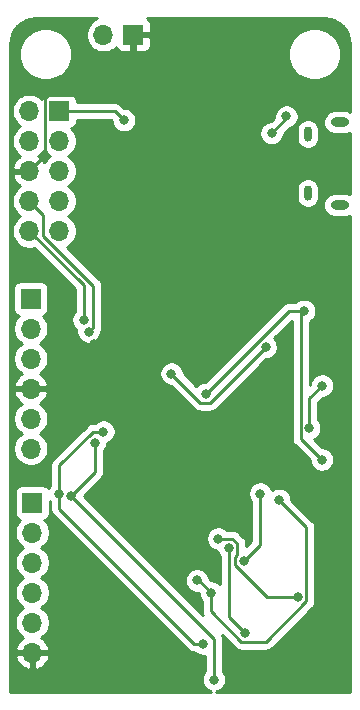
<source format=gbr>
%TF.GenerationSoftware,KiCad,Pcbnew,5.1.5+dfsg1-2build2*%
%TF.CreationDate,2022-11-14T11:38:59+01:00*%
%TF.ProjectId,ebus,65627573-2e6b-4696-9361-645f70636258,rev?*%
%TF.SameCoordinates,Original*%
%TF.FileFunction,Copper,L1,Top*%
%TF.FilePolarity,Positive*%
%FSLAX46Y46*%
G04 Gerber Fmt 4.6, Leading zero omitted, Abs format (unit mm)*
G04 Created by KiCad (PCBNEW 5.1.5+dfsg1-2build2) date 2022-11-14 11:38:59*
%MOMM*%
%LPD*%
G04 APERTURE LIST*
%TA.AperFunction,ComponentPad*%
%ADD10O,1.550000X0.775000*%
%TD*%
%TA.AperFunction,ComponentPad*%
%ADD11O,0.650000X1.300000*%
%TD*%
%TA.AperFunction,ComponentPad*%
%ADD12O,1.700000X1.700000*%
%TD*%
%TA.AperFunction,ComponentPad*%
%ADD13R,1.700000X1.700000*%
%TD*%
%TA.AperFunction,ViaPad*%
%ADD14C,0.800000*%
%TD*%
%TA.AperFunction,Conductor*%
%ADD15C,0.250000*%
%TD*%
%TA.AperFunction,Conductor*%
%ADD16C,0.254000*%
%TD*%
G04 APERTURE END LIST*
D10*
%TO.P,J2,S6*%
%TO.N,N/C*%
X125984000Y-99639000D03*
%TO.P,J2,S3*%
X125984000Y-92639000D03*
D11*
%TO.P,J2,S2*%
X123284000Y-98639000D03*
%TO.P,J2,S1*%
X123284000Y-93639000D03*
%TD*%
D12*
%TO.P,J5,6*%
%TO.N,GNDREF*%
X99949000Y-137541000D03*
%TO.P,J5,5*%
%TO.N,GPIO16*%
X99949000Y-135001000D03*
%TO.P,J5,4*%
%TO.N,GPIO14*%
X99949000Y-132461000D03*
%TO.P,J5,3*%
%TO.N,GPIO13*%
X99949000Y-129921000D03*
%TO.P,J5,2*%
%TO.N,GPIO12*%
X99949000Y-127381000D03*
D13*
%TO.P,J5,1*%
%TO.N,GPIO4*%
X99949000Y-124841000D03*
%TD*%
D12*
%TO.P,J4,6*%
%TO.N,RESET*%
X99822000Y-120269000D03*
%TO.P,J4,5*%
%TO.N,GPIO0*%
X99822000Y-117729000D03*
%TO.P,J4,4*%
%TO.N,GNDREF*%
X99822000Y-115189000D03*
%TO.P,J4,3*%
%TO.N,P_RX*%
X99822000Y-112649000D03*
%TO.P,J4,2*%
%TO.N,P_TX*%
X99822000Y-110109000D03*
D13*
%TO.P,J4,1*%
%TO.N,+5VP*%
X99822000Y-107569000D03*
%TD*%
D12*
%TO.P,J6,2*%
%TO.N,+5VP*%
X105968800Y-85242400D03*
D13*
%TO.P,J6,1*%
%TO.N,GNDREF*%
X108508800Y-85242400D03*
%TD*%
D12*
%TO.P,J7,10*%
%TO.N,RX*%
X99695000Y-101854000D03*
%TO.P,J7,9*%
%TO.N,N/C*%
X102235000Y-101854000D03*
%TO.P,J7,8*%
%TO.N,TX*%
X99695000Y-99314000D03*
%TO.P,J7,7*%
%TO.N,N/C*%
X102235000Y-99314000D03*
%TO.P,J7,6*%
%TO.N,GNDREF*%
X99695000Y-96774000D03*
%TO.P,J7,5*%
%TO.N,N/C*%
X102235000Y-96774000D03*
%TO.P,J7,4*%
X99695000Y-94234000D03*
%TO.P,J7,3*%
X102235000Y-94234000D03*
%TO.P,J7,2*%
X99695000Y-91694000D03*
D13*
%TO.P,J7,1*%
%TO.N,+3V3*%
X102235000Y-91694000D03*
%TD*%
D14*
%TO.N,GNDREF*%
X105163613Y-111379000D03*
X108331000Y-90297000D03*
%TO.N,+3V3*%
X107696000Y-92456000D03*
X122428000Y-132842000D03*
X115697000Y-127889000D03*
%TO.N,RX*%
X104288058Y-109368058D03*
X117983000Y-135890000D03*
X116586000Y-128651000D03*
%TO.N,TX*%
X104713603Y-110367836D03*
X117856000Y-129794000D03*
X119253000Y-124079000D03*
%TO.N,+5VP*%
X120206647Y-93571353D03*
X121468158Y-92145842D03*
%TO.N,GPIO0*%
X124485400Y-114935000D03*
X123393200Y-118541800D03*
X120847000Y-124620198D03*
X115062000Y-132461000D03*
X113895447Y-131421447D03*
%TO.N,P_RX*%
X105971000Y-118826802D03*
X114427000Y-136779000D03*
X102235000Y-124079000D03*
%TO.N,P_TX*%
X105246000Y-119761000D03*
X115316000Y-139827000D03*
X103215583Y-124275116D03*
%TO.N,Net-(Q2-Pad2)*%
X124460000Y-121208800D03*
X122961400Y-108610400D03*
X114621899Y-115645298D03*
%TO.N,Net-(Q3-Pad2)*%
X111734600Y-113919000D03*
X119710200Y-111683800D03*
%TD*%
D15*
%TO.N,GNDREF*%
X108331000Y-85420200D02*
X108508800Y-85242400D01*
X107765315Y-90297000D02*
X108331000Y-90297000D01*
X101059999Y-90583999D02*
X101346998Y-90297000D01*
X101346998Y-90297000D02*
X107765315Y-90297000D01*
X108331000Y-90297000D02*
X108331000Y-85420200D01*
X99695000Y-96774000D02*
X101059999Y-95409001D01*
X101059999Y-95409001D02*
X101059999Y-90583999D01*
X105163613Y-111379000D02*
X101353613Y-115189000D01*
X101353613Y-115189000D02*
X99822000Y-115189000D01*
%TO.N,+3V3*%
X102235000Y-91694000D02*
X106934000Y-91694000D01*
X106934000Y-91694000D02*
X107696000Y-92456000D01*
X115697000Y-127889000D02*
X116897002Y-127889000D01*
X117130999Y-129445999D02*
X117130999Y-130142001D01*
X116897002Y-127889000D02*
X117311001Y-128302999D01*
X117311001Y-128302999D02*
X117311001Y-129265997D01*
X117311001Y-129265997D02*
X117130999Y-129445999D01*
X117130999Y-130142001D02*
X119830998Y-132842000D01*
X119830998Y-132842000D02*
X122428000Y-132842000D01*
%TO.N,RX*%
X104288058Y-109368058D02*
X104288058Y-106447058D01*
X104288058Y-106447058D02*
X99695000Y-101854000D01*
X116586000Y-128651000D02*
X116586000Y-134493000D01*
X116586000Y-134493000D02*
X117983000Y-135890000D01*
%TO.N,TX*%
X104713603Y-110367836D02*
X105113602Y-109967837D01*
X105113602Y-109967837D02*
X105113602Y-106471604D01*
X100870001Y-100489001D02*
X100544999Y-100163999D01*
X105113602Y-106471604D02*
X100870001Y-102228003D01*
X100870001Y-102228003D02*
X100870001Y-100489001D01*
X100544999Y-100163999D02*
X99695000Y-99314000D01*
X119253000Y-124079000D02*
X119253000Y-128397000D01*
X119253000Y-128397000D02*
X117856000Y-129794000D01*
%TO.N,+5VP*%
X121468158Y-92145842D02*
X121468158Y-92309842D01*
X121468158Y-92309842D02*
X120206647Y-93571353D01*
%TO.N,GPIO0*%
X123393200Y-116027200D02*
X124485400Y-114935000D01*
X123393200Y-118541800D02*
X123393200Y-116027200D01*
X120847000Y-124620198D02*
X123153001Y-126926199D01*
X123153001Y-126926199D02*
X123153001Y-133190001D01*
X123153001Y-133190001D02*
X119728001Y-136615001D01*
X119728001Y-136615001D02*
X117634999Y-136615001D01*
X117634999Y-136615001D02*
X115062000Y-134042002D01*
X115062000Y-134042002D02*
X115062000Y-133026685D01*
X115062000Y-133026685D02*
X115062000Y-132461000D01*
X113895447Y-131421447D02*
X114022447Y-131421447D01*
X114022447Y-131421447D02*
X115062000Y-132461000D01*
%TO.N,P_RX*%
X105971000Y-118826802D02*
X105107196Y-118826802D01*
X105107196Y-118826802D02*
X102235000Y-121698998D01*
X102235000Y-121698998D02*
X102235000Y-123513315D01*
X102235000Y-123513315D02*
X102235000Y-124079000D01*
X102235000Y-125349000D02*
X113665000Y-136779000D01*
X113665000Y-136779000D02*
X114427000Y-136779000D01*
X102235000Y-124079000D02*
X102235000Y-125349000D01*
%TO.N,P_TX*%
X105246000Y-119761000D02*
X105246000Y-122244699D01*
X105246000Y-122244699D02*
X103215583Y-124275116D01*
X103215583Y-124275116D02*
X115316000Y-136375533D01*
X115316000Y-136375533D02*
X115316000Y-139827000D01*
%TO.N,Net-(Q2-Pad2)*%
X124460000Y-121208800D02*
X122668199Y-119416999D01*
X122668199Y-119416999D02*
X122668199Y-108903601D01*
X121656797Y-108610400D02*
X114621899Y-115645298D01*
X122961400Y-108610400D02*
X121656797Y-108610400D01*
X122668199Y-108903601D02*
X122961400Y-108610400D01*
%TO.N,Net-(Q3-Pad2)*%
X114185899Y-116370299D02*
X111734600Y-113919000D01*
X115023701Y-116370299D02*
X114185899Y-116370299D01*
X119710200Y-111683800D02*
X115023701Y-116370299D01*
%TD*%
D16*
%TO.N,GNDREF*%
G36*
X105265389Y-83926410D02*
G01*
X105022168Y-84088925D01*
X104815325Y-84295768D01*
X104652810Y-84538989D01*
X104540868Y-84809242D01*
X104483800Y-85096140D01*
X104483800Y-85388660D01*
X104540868Y-85675558D01*
X104652810Y-85945811D01*
X104815325Y-86189032D01*
X105022168Y-86395875D01*
X105265389Y-86558390D01*
X105535642Y-86670332D01*
X105822540Y-86727400D01*
X106115060Y-86727400D01*
X106401958Y-86670332D01*
X106672211Y-86558390D01*
X106915432Y-86395875D01*
X107047287Y-86264020D01*
X107069298Y-86336580D01*
X107128263Y-86446894D01*
X107207615Y-86543585D01*
X107304306Y-86622937D01*
X107414620Y-86681902D01*
X107534318Y-86718212D01*
X107658800Y-86730472D01*
X108223050Y-86727400D01*
X108381800Y-86568650D01*
X108381800Y-85369400D01*
X108635800Y-85369400D01*
X108635800Y-86568650D01*
X108794550Y-86727400D01*
X109358800Y-86730472D01*
X109483282Y-86718212D01*
X109602980Y-86681902D01*
X109666644Y-86647872D01*
X121590000Y-86647872D01*
X121590000Y-87088128D01*
X121675890Y-87519925D01*
X121844369Y-87926669D01*
X122088962Y-88292729D01*
X122400271Y-88604038D01*
X122766331Y-88848631D01*
X123173075Y-89017110D01*
X123604872Y-89103000D01*
X124045128Y-89103000D01*
X124476925Y-89017110D01*
X124883669Y-88848631D01*
X125249729Y-88604038D01*
X125561038Y-88292729D01*
X125805631Y-87926669D01*
X125974110Y-87519925D01*
X126060000Y-87088128D01*
X126060000Y-86647872D01*
X125974110Y-86216075D01*
X125805631Y-85809331D01*
X125561038Y-85443271D01*
X125249729Y-85131962D01*
X124883669Y-84887369D01*
X124476925Y-84718890D01*
X124045128Y-84633000D01*
X123604872Y-84633000D01*
X123173075Y-84718890D01*
X122766331Y-84887369D01*
X122400271Y-85131962D01*
X122088962Y-85443271D01*
X121844369Y-85809331D01*
X121675890Y-86216075D01*
X121590000Y-86647872D01*
X109666644Y-86647872D01*
X109713294Y-86622937D01*
X109809985Y-86543585D01*
X109889337Y-86446894D01*
X109948302Y-86336580D01*
X109984612Y-86216882D01*
X109996872Y-86092400D01*
X109993800Y-85528150D01*
X109835050Y-85369400D01*
X108635800Y-85369400D01*
X108381800Y-85369400D01*
X108361800Y-85369400D01*
X108361800Y-85115400D01*
X108381800Y-85115400D01*
X108381800Y-85095400D01*
X108635800Y-85095400D01*
X108635800Y-85115400D01*
X109835050Y-85115400D01*
X109993800Y-84956650D01*
X109996872Y-84392400D01*
X109984612Y-84267918D01*
X109948302Y-84148220D01*
X109889337Y-84037906D01*
X109809985Y-83941215D01*
X109713294Y-83861863D01*
X109681746Y-83845000D01*
X124681722Y-83845000D01*
X125127881Y-83888746D01*
X125525999Y-84008945D01*
X125893185Y-84204181D01*
X126215459Y-84467022D01*
X126480542Y-84787452D01*
X126678338Y-85153267D01*
X126801314Y-85550537D01*
X126848000Y-85994726D01*
X126848000Y-91734295D01*
X126764687Y-91689763D01*
X126571945Y-91631295D01*
X126421728Y-91616500D01*
X125546272Y-91616500D01*
X125396055Y-91631295D01*
X125203313Y-91689763D01*
X125025681Y-91784709D01*
X124869985Y-91912485D01*
X124742209Y-92068181D01*
X124647263Y-92245813D01*
X124588795Y-92438555D01*
X124569053Y-92639000D01*
X124588795Y-92839445D01*
X124647263Y-93032187D01*
X124742209Y-93209819D01*
X124869985Y-93365515D01*
X125025681Y-93493291D01*
X125203313Y-93588237D01*
X125396055Y-93646705D01*
X125546272Y-93661500D01*
X126421728Y-93661500D01*
X126571945Y-93646705D01*
X126764687Y-93588237D01*
X126848000Y-93543705D01*
X126848000Y-98734295D01*
X126764687Y-98689763D01*
X126571945Y-98631295D01*
X126421728Y-98616500D01*
X125546272Y-98616500D01*
X125396055Y-98631295D01*
X125203313Y-98689763D01*
X125025681Y-98784709D01*
X124869985Y-98912485D01*
X124742209Y-99068181D01*
X124647263Y-99245813D01*
X124588795Y-99438555D01*
X124569053Y-99639000D01*
X124588795Y-99839445D01*
X124647263Y-100032187D01*
X124742209Y-100209819D01*
X124869985Y-100365515D01*
X125025681Y-100493291D01*
X125203313Y-100588237D01*
X125396055Y-100646705D01*
X125546272Y-100661500D01*
X126421728Y-100661500D01*
X126571945Y-100646705D01*
X126764687Y-100588237D01*
X126848000Y-100543705D01*
X126848001Y-140843000D01*
X115513459Y-140843000D01*
X115617898Y-140822226D01*
X115806256Y-140744205D01*
X115975774Y-140630937D01*
X116119937Y-140486774D01*
X116233205Y-140317256D01*
X116311226Y-140128898D01*
X116351000Y-139928939D01*
X116351000Y-139725061D01*
X116311226Y-139525102D01*
X116233205Y-139336744D01*
X116119937Y-139167226D01*
X116076000Y-139123289D01*
X116076000Y-136412856D01*
X116079676Y-136375533D01*
X116076000Y-136338210D01*
X116076000Y-136338200D01*
X116065003Y-136226547D01*
X116021546Y-136083286D01*
X116013581Y-136068384D01*
X117071200Y-137126004D01*
X117094998Y-137155002D01*
X117123996Y-137178800D01*
X117210722Y-137249975D01*
X117339860Y-137319001D01*
X117342752Y-137320547D01*
X117486013Y-137364004D01*
X117597666Y-137375001D01*
X117597675Y-137375001D01*
X117634998Y-137378677D01*
X117672321Y-137375001D01*
X119690679Y-137375001D01*
X119728001Y-137378677D01*
X119765323Y-137375001D01*
X119765334Y-137375001D01*
X119876987Y-137364004D01*
X120020248Y-137320547D01*
X120152277Y-137249975D01*
X120268002Y-137155002D01*
X120291805Y-137125998D01*
X123664009Y-133753796D01*
X123693002Y-133730002D01*
X123716796Y-133701009D01*
X123716800Y-133701005D01*
X123785144Y-133617726D01*
X123787975Y-133614277D01*
X123858547Y-133482248D01*
X123902004Y-133338987D01*
X123913001Y-133227334D01*
X123913001Y-133227325D01*
X123916677Y-133190002D01*
X123913001Y-133152679D01*
X123913001Y-126963522D01*
X123916677Y-126926199D01*
X123913001Y-126888876D01*
X123913001Y-126888866D01*
X123902004Y-126777213D01*
X123858547Y-126633952D01*
X123787976Y-126501924D01*
X123787975Y-126501922D01*
X123716800Y-126415196D01*
X123693002Y-126386198D01*
X123664005Y-126362401D01*
X121882000Y-124580397D01*
X121882000Y-124518259D01*
X121842226Y-124318300D01*
X121764205Y-124129942D01*
X121650937Y-123960424D01*
X121506774Y-123816261D01*
X121337256Y-123702993D01*
X121148898Y-123624972D01*
X120948939Y-123585198D01*
X120745061Y-123585198D01*
X120545102Y-123624972D01*
X120356744Y-123702993D01*
X120247707Y-123775849D01*
X120170205Y-123588744D01*
X120056937Y-123419226D01*
X119912774Y-123275063D01*
X119743256Y-123161795D01*
X119554898Y-123083774D01*
X119354939Y-123044000D01*
X119151061Y-123044000D01*
X118951102Y-123083774D01*
X118762744Y-123161795D01*
X118593226Y-123275063D01*
X118449063Y-123419226D01*
X118335795Y-123588744D01*
X118257774Y-123777102D01*
X118218000Y-123977061D01*
X118218000Y-124180939D01*
X118257774Y-124380898D01*
X118335795Y-124569256D01*
X118449063Y-124738774D01*
X118493000Y-124782711D01*
X118493001Y-128082197D01*
X118071001Y-128504197D01*
X118071001Y-128340321D01*
X118074677Y-128302998D01*
X118071001Y-128265676D01*
X118071001Y-128265666D01*
X118060004Y-128154013D01*
X118016547Y-128010752D01*
X117945975Y-127878723D01*
X117851002Y-127762998D01*
X117821999Y-127739196D01*
X117460806Y-127378003D01*
X117437003Y-127348999D01*
X117321278Y-127254026D01*
X117189249Y-127183454D01*
X117045988Y-127139997D01*
X116934335Y-127129000D01*
X116934324Y-127129000D01*
X116897002Y-127125324D01*
X116859680Y-127129000D01*
X116400711Y-127129000D01*
X116356774Y-127085063D01*
X116187256Y-126971795D01*
X115998898Y-126893774D01*
X115798939Y-126854000D01*
X115595061Y-126854000D01*
X115395102Y-126893774D01*
X115206744Y-126971795D01*
X115037226Y-127085063D01*
X114893063Y-127229226D01*
X114779795Y-127398744D01*
X114701774Y-127587102D01*
X114662000Y-127787061D01*
X114662000Y-127990939D01*
X114701774Y-128190898D01*
X114779795Y-128379256D01*
X114893063Y-128548774D01*
X115037226Y-128692937D01*
X115206744Y-128806205D01*
X115395102Y-128884226D01*
X115584612Y-128921922D01*
X115590774Y-128952898D01*
X115668795Y-129141256D01*
X115782063Y-129310774D01*
X115826000Y-129354711D01*
X115826001Y-131761290D01*
X115721774Y-131657063D01*
X115552256Y-131543795D01*
X115363898Y-131465774D01*
X115163939Y-131426000D01*
X115101802Y-131426000D01*
X114914342Y-131238540D01*
X114890673Y-131119549D01*
X114812652Y-130931191D01*
X114699384Y-130761673D01*
X114555221Y-130617510D01*
X114385703Y-130504242D01*
X114197345Y-130426221D01*
X113997386Y-130386447D01*
X113793508Y-130386447D01*
X113593549Y-130426221D01*
X113405191Y-130504242D01*
X113235673Y-130617510D01*
X113091510Y-130761673D01*
X112978242Y-130931191D01*
X112900221Y-131119549D01*
X112860447Y-131319508D01*
X112860447Y-131523386D01*
X112900221Y-131723345D01*
X112978242Y-131911703D01*
X113091510Y-132081221D01*
X113235673Y-132225384D01*
X113405191Y-132338652D01*
X113593549Y-132416673D01*
X113793508Y-132456447D01*
X113982646Y-132456447D01*
X114027000Y-132500802D01*
X114027000Y-132562939D01*
X114066774Y-132762898D01*
X114144795Y-132951256D01*
X114258063Y-133120774D01*
X114302001Y-133164712D01*
X114302000Y-134004679D01*
X114298324Y-134042002D01*
X114302000Y-134079324D01*
X114302000Y-134079334D01*
X114312997Y-134190987D01*
X114345334Y-134297589D01*
X114356454Y-134334248D01*
X114364420Y-134349151D01*
X104290384Y-124275116D01*
X105757003Y-122808498D01*
X105786001Y-122784700D01*
X105880974Y-122668975D01*
X105951546Y-122536946D01*
X105995003Y-122393685D01*
X106006000Y-122282032D01*
X106006000Y-122282023D01*
X106009676Y-122244700D01*
X106006000Y-122207377D01*
X106006000Y-120464711D01*
X106049937Y-120420774D01*
X106163205Y-120251256D01*
X106241226Y-120062898D01*
X106281000Y-119862939D01*
X106281000Y-119818672D01*
X106461256Y-119744007D01*
X106630774Y-119630739D01*
X106774937Y-119486576D01*
X106888205Y-119317058D01*
X106966226Y-119128700D01*
X107006000Y-118928741D01*
X107006000Y-118724863D01*
X106966226Y-118524904D01*
X106888205Y-118336546D01*
X106774937Y-118167028D01*
X106630774Y-118022865D01*
X106461256Y-117909597D01*
X106272898Y-117831576D01*
X106072939Y-117791802D01*
X105869061Y-117791802D01*
X105669102Y-117831576D01*
X105480744Y-117909597D01*
X105311226Y-118022865D01*
X105267289Y-118066802D01*
X105144529Y-118066802D01*
X105107196Y-118063125D01*
X105069863Y-118066802D01*
X104958210Y-118077799D01*
X104814949Y-118121256D01*
X104682920Y-118191828D01*
X104567195Y-118286801D01*
X104543397Y-118315799D01*
X101724003Y-121135194D01*
X101694999Y-121158997D01*
X101654128Y-121208799D01*
X101600026Y-121274722D01*
X101555628Y-121357785D01*
X101529454Y-121406752D01*
X101485997Y-121550013D01*
X101475000Y-121661666D01*
X101475000Y-121661676D01*
X101471324Y-121698998D01*
X101475000Y-121736321D01*
X101475001Y-123375288D01*
X101431063Y-123419226D01*
X101317795Y-123588744D01*
X101308586Y-123610977D01*
X101250185Y-123539815D01*
X101153494Y-123460463D01*
X101043180Y-123401498D01*
X100923482Y-123365188D01*
X100799000Y-123352928D01*
X99099000Y-123352928D01*
X98974518Y-123365188D01*
X98854820Y-123401498D01*
X98744506Y-123460463D01*
X98647815Y-123539815D01*
X98568463Y-123636506D01*
X98509498Y-123746820D01*
X98473188Y-123866518D01*
X98460928Y-123991000D01*
X98460928Y-125691000D01*
X98473188Y-125815482D01*
X98509498Y-125935180D01*
X98568463Y-126045494D01*
X98647815Y-126142185D01*
X98744506Y-126221537D01*
X98854820Y-126280502D01*
X98927380Y-126302513D01*
X98795525Y-126434368D01*
X98633010Y-126677589D01*
X98521068Y-126947842D01*
X98464000Y-127234740D01*
X98464000Y-127527260D01*
X98521068Y-127814158D01*
X98633010Y-128084411D01*
X98795525Y-128327632D01*
X99002368Y-128534475D01*
X99176760Y-128651000D01*
X99002368Y-128767525D01*
X98795525Y-128974368D01*
X98633010Y-129217589D01*
X98521068Y-129487842D01*
X98464000Y-129774740D01*
X98464000Y-130067260D01*
X98521068Y-130354158D01*
X98633010Y-130624411D01*
X98795525Y-130867632D01*
X99002368Y-131074475D01*
X99176760Y-131191000D01*
X99002368Y-131307525D01*
X98795525Y-131514368D01*
X98633010Y-131757589D01*
X98521068Y-132027842D01*
X98464000Y-132314740D01*
X98464000Y-132607260D01*
X98521068Y-132894158D01*
X98633010Y-133164411D01*
X98795525Y-133407632D01*
X99002368Y-133614475D01*
X99176760Y-133731000D01*
X99002368Y-133847525D01*
X98795525Y-134054368D01*
X98633010Y-134297589D01*
X98521068Y-134567842D01*
X98464000Y-134854740D01*
X98464000Y-135147260D01*
X98521068Y-135434158D01*
X98633010Y-135704411D01*
X98795525Y-135947632D01*
X99002368Y-136154475D01*
X99184534Y-136276195D01*
X99067645Y-136345822D01*
X98851412Y-136540731D01*
X98677359Y-136774080D01*
X98552175Y-137036901D01*
X98507524Y-137184110D01*
X98628845Y-137414000D01*
X99822000Y-137414000D01*
X99822000Y-137394000D01*
X100076000Y-137394000D01*
X100076000Y-137414000D01*
X101269155Y-137414000D01*
X101390476Y-137184110D01*
X101345825Y-137036901D01*
X101220641Y-136774080D01*
X101046588Y-136540731D01*
X100830355Y-136345822D01*
X100713466Y-136276195D01*
X100895632Y-136154475D01*
X101102475Y-135947632D01*
X101264990Y-135704411D01*
X101376932Y-135434158D01*
X101434000Y-135147260D01*
X101434000Y-134854740D01*
X101376932Y-134567842D01*
X101264990Y-134297589D01*
X101102475Y-134054368D01*
X100895632Y-133847525D01*
X100721240Y-133731000D01*
X100895632Y-133614475D01*
X101102475Y-133407632D01*
X101264990Y-133164411D01*
X101376932Y-132894158D01*
X101434000Y-132607260D01*
X101434000Y-132314740D01*
X101376932Y-132027842D01*
X101264990Y-131757589D01*
X101102475Y-131514368D01*
X100895632Y-131307525D01*
X100721240Y-131191000D01*
X100895632Y-131074475D01*
X101102475Y-130867632D01*
X101264990Y-130624411D01*
X101376932Y-130354158D01*
X101434000Y-130067260D01*
X101434000Y-129774740D01*
X101376932Y-129487842D01*
X101264990Y-129217589D01*
X101102475Y-128974368D01*
X100895632Y-128767525D01*
X100721240Y-128651000D01*
X100895632Y-128534475D01*
X101102475Y-128327632D01*
X101264990Y-128084411D01*
X101376932Y-127814158D01*
X101434000Y-127527260D01*
X101434000Y-127234740D01*
X101376932Y-126947842D01*
X101264990Y-126677589D01*
X101102475Y-126434368D01*
X100970620Y-126302513D01*
X101043180Y-126280502D01*
X101153494Y-126221537D01*
X101250185Y-126142185D01*
X101329537Y-126045494D01*
X101388502Y-125935180D01*
X101424812Y-125815482D01*
X101437072Y-125691000D01*
X101437072Y-124744783D01*
X101475001Y-124782712D01*
X101475001Y-125311668D01*
X101471324Y-125349000D01*
X101485998Y-125497985D01*
X101529454Y-125641246D01*
X101600026Y-125773276D01*
X101671201Y-125860002D01*
X101695000Y-125889001D01*
X101723998Y-125912799D01*
X113101201Y-137290003D01*
X113124999Y-137319001D01*
X113153997Y-137342799D01*
X113240723Y-137413974D01*
X113372753Y-137484546D01*
X113516014Y-137528003D01*
X113627667Y-137539000D01*
X113627677Y-137539000D01*
X113664999Y-137542676D01*
X113702322Y-137539000D01*
X113723289Y-137539000D01*
X113767226Y-137582937D01*
X113936744Y-137696205D01*
X114125102Y-137774226D01*
X114325061Y-137814000D01*
X114528939Y-137814000D01*
X114556000Y-137808617D01*
X114556001Y-139123288D01*
X114512063Y-139167226D01*
X114398795Y-139336744D01*
X114320774Y-139525102D01*
X114281000Y-139725061D01*
X114281000Y-139928939D01*
X114320774Y-140128898D01*
X114398795Y-140317256D01*
X114512063Y-140486774D01*
X114656226Y-140630937D01*
X114825744Y-140744205D01*
X115014102Y-140822226D01*
X115118541Y-140843000D01*
X98069000Y-140843000D01*
X98069000Y-137897890D01*
X98507524Y-137897890D01*
X98552175Y-138045099D01*
X98677359Y-138307920D01*
X98851412Y-138541269D01*
X99067645Y-138736178D01*
X99317748Y-138885157D01*
X99592109Y-138982481D01*
X99822000Y-138861814D01*
X99822000Y-137668000D01*
X100076000Y-137668000D01*
X100076000Y-138861814D01*
X100305891Y-138982481D01*
X100580252Y-138885157D01*
X100830355Y-138736178D01*
X101046588Y-138541269D01*
X101220641Y-138307920D01*
X101345825Y-138045099D01*
X101390476Y-137897890D01*
X101269155Y-137668000D01*
X100076000Y-137668000D01*
X99822000Y-137668000D01*
X98628845Y-137668000D01*
X98507524Y-137897890D01*
X98069000Y-137897890D01*
X98069000Y-117582740D01*
X98337000Y-117582740D01*
X98337000Y-117875260D01*
X98394068Y-118162158D01*
X98506010Y-118432411D01*
X98668525Y-118675632D01*
X98875368Y-118882475D01*
X99049760Y-118999000D01*
X98875368Y-119115525D01*
X98668525Y-119322368D01*
X98506010Y-119565589D01*
X98394068Y-119835842D01*
X98337000Y-120122740D01*
X98337000Y-120415260D01*
X98394068Y-120702158D01*
X98506010Y-120972411D01*
X98668525Y-121215632D01*
X98875368Y-121422475D01*
X99118589Y-121584990D01*
X99388842Y-121696932D01*
X99675740Y-121754000D01*
X99968260Y-121754000D01*
X100255158Y-121696932D01*
X100525411Y-121584990D01*
X100768632Y-121422475D01*
X100975475Y-121215632D01*
X101137990Y-120972411D01*
X101249932Y-120702158D01*
X101307000Y-120415260D01*
X101307000Y-120122740D01*
X101249932Y-119835842D01*
X101137990Y-119565589D01*
X100975475Y-119322368D01*
X100768632Y-119115525D01*
X100594240Y-118999000D01*
X100768632Y-118882475D01*
X100975475Y-118675632D01*
X101137990Y-118432411D01*
X101249932Y-118162158D01*
X101307000Y-117875260D01*
X101307000Y-117582740D01*
X101249932Y-117295842D01*
X101137990Y-117025589D01*
X100975475Y-116782368D01*
X100768632Y-116575525D01*
X100586466Y-116453805D01*
X100703355Y-116384178D01*
X100919588Y-116189269D01*
X101093641Y-115955920D01*
X101218825Y-115693099D01*
X101263476Y-115545890D01*
X101142155Y-115316000D01*
X99949000Y-115316000D01*
X99949000Y-115336000D01*
X99695000Y-115336000D01*
X99695000Y-115316000D01*
X98501845Y-115316000D01*
X98380524Y-115545890D01*
X98425175Y-115693099D01*
X98550359Y-115955920D01*
X98724412Y-116189269D01*
X98940645Y-116384178D01*
X99057534Y-116453805D01*
X98875368Y-116575525D01*
X98668525Y-116782368D01*
X98506010Y-117025589D01*
X98394068Y-117295842D01*
X98337000Y-117582740D01*
X98069000Y-117582740D01*
X98069000Y-106719000D01*
X98333928Y-106719000D01*
X98333928Y-108419000D01*
X98346188Y-108543482D01*
X98382498Y-108663180D01*
X98441463Y-108773494D01*
X98520815Y-108870185D01*
X98617506Y-108949537D01*
X98727820Y-109008502D01*
X98800380Y-109030513D01*
X98668525Y-109162368D01*
X98506010Y-109405589D01*
X98394068Y-109675842D01*
X98337000Y-109962740D01*
X98337000Y-110255260D01*
X98394068Y-110542158D01*
X98506010Y-110812411D01*
X98668525Y-111055632D01*
X98875368Y-111262475D01*
X99049760Y-111379000D01*
X98875368Y-111495525D01*
X98668525Y-111702368D01*
X98506010Y-111945589D01*
X98394068Y-112215842D01*
X98337000Y-112502740D01*
X98337000Y-112795260D01*
X98394068Y-113082158D01*
X98506010Y-113352411D01*
X98668525Y-113595632D01*
X98875368Y-113802475D01*
X99057534Y-113924195D01*
X98940645Y-113993822D01*
X98724412Y-114188731D01*
X98550359Y-114422080D01*
X98425175Y-114684901D01*
X98380524Y-114832110D01*
X98501845Y-115062000D01*
X99695000Y-115062000D01*
X99695000Y-115042000D01*
X99949000Y-115042000D01*
X99949000Y-115062000D01*
X101142155Y-115062000D01*
X101263476Y-114832110D01*
X101218825Y-114684901D01*
X101093641Y-114422080D01*
X100919588Y-114188731D01*
X100703355Y-113993822D01*
X100586466Y-113924195D01*
X100746802Y-113817061D01*
X110699600Y-113817061D01*
X110699600Y-114020939D01*
X110739374Y-114220898D01*
X110817395Y-114409256D01*
X110930663Y-114578774D01*
X111074826Y-114722937D01*
X111244344Y-114836205D01*
X111432702Y-114914226D01*
X111632661Y-114954000D01*
X111694799Y-114954000D01*
X113622100Y-116881302D01*
X113645898Y-116910300D01*
X113761623Y-117005273D01*
X113893652Y-117075845D01*
X114036913Y-117119302D01*
X114148566Y-117130299D01*
X114148575Y-117130299D01*
X114185898Y-117133975D01*
X114223221Y-117130299D01*
X114986379Y-117130299D01*
X115023701Y-117133975D01*
X115061023Y-117130299D01*
X115061034Y-117130299D01*
X115172687Y-117119302D01*
X115315948Y-117075845D01*
X115447977Y-117005273D01*
X115563702Y-116910300D01*
X115587505Y-116881296D01*
X119750003Y-112718800D01*
X119812139Y-112718800D01*
X120012098Y-112679026D01*
X120200456Y-112601005D01*
X120369974Y-112487737D01*
X120514137Y-112343574D01*
X120627405Y-112174056D01*
X120705426Y-111985698D01*
X120745200Y-111785739D01*
X120745200Y-111581861D01*
X120705426Y-111381902D01*
X120627405Y-111193544D01*
X120514137Y-111024026D01*
X120416055Y-110925944D01*
X121908200Y-109433799D01*
X121908199Y-119379677D01*
X121904523Y-119416999D01*
X121908199Y-119454321D01*
X121908199Y-119454331D01*
X121919196Y-119565984D01*
X121938839Y-119630739D01*
X121962653Y-119709245D01*
X122033225Y-119841275D01*
X122073070Y-119889825D01*
X122128198Y-119957000D01*
X122157202Y-119980803D01*
X123425000Y-121248602D01*
X123425000Y-121310739D01*
X123464774Y-121510698D01*
X123542795Y-121699056D01*
X123656063Y-121868574D01*
X123800226Y-122012737D01*
X123969744Y-122126005D01*
X124158102Y-122204026D01*
X124358061Y-122243800D01*
X124561939Y-122243800D01*
X124761898Y-122204026D01*
X124950256Y-122126005D01*
X125119774Y-122012737D01*
X125263937Y-121868574D01*
X125377205Y-121699056D01*
X125455226Y-121510698D01*
X125495000Y-121310739D01*
X125495000Y-121106861D01*
X125455226Y-120906902D01*
X125377205Y-120718544D01*
X125263937Y-120549026D01*
X125119774Y-120404863D01*
X124950256Y-120291595D01*
X124761898Y-120213574D01*
X124561939Y-120173800D01*
X124499802Y-120173800D01*
X123813842Y-119487840D01*
X123883456Y-119459005D01*
X124052974Y-119345737D01*
X124197137Y-119201574D01*
X124310405Y-119032056D01*
X124388426Y-118843698D01*
X124428200Y-118643739D01*
X124428200Y-118439861D01*
X124388426Y-118239902D01*
X124310405Y-118051544D01*
X124197137Y-117882026D01*
X124153200Y-117838089D01*
X124153200Y-116342001D01*
X124525202Y-115970000D01*
X124587339Y-115970000D01*
X124787298Y-115930226D01*
X124975656Y-115852205D01*
X125145174Y-115738937D01*
X125289337Y-115594774D01*
X125402605Y-115425256D01*
X125480626Y-115236898D01*
X125520400Y-115036939D01*
X125520400Y-114833061D01*
X125480626Y-114633102D01*
X125402605Y-114444744D01*
X125289337Y-114275226D01*
X125145174Y-114131063D01*
X124975656Y-114017795D01*
X124787298Y-113939774D01*
X124587339Y-113900000D01*
X124383461Y-113900000D01*
X124183502Y-113939774D01*
X123995144Y-114017795D01*
X123825626Y-114131063D01*
X123681463Y-114275226D01*
X123568195Y-114444744D01*
X123490174Y-114633102D01*
X123450400Y-114833061D01*
X123450400Y-114895198D01*
X123428199Y-114917399D01*
X123428199Y-109537321D01*
X123451656Y-109527605D01*
X123621174Y-109414337D01*
X123765337Y-109270174D01*
X123878605Y-109100656D01*
X123956626Y-108912298D01*
X123996400Y-108712339D01*
X123996400Y-108508461D01*
X123956626Y-108308502D01*
X123878605Y-108120144D01*
X123765337Y-107950626D01*
X123621174Y-107806463D01*
X123451656Y-107693195D01*
X123263298Y-107615174D01*
X123063339Y-107575400D01*
X122859461Y-107575400D01*
X122659502Y-107615174D01*
X122471144Y-107693195D01*
X122301626Y-107806463D01*
X122257689Y-107850400D01*
X121694119Y-107850400D01*
X121656796Y-107846724D01*
X121619473Y-107850400D01*
X121619464Y-107850400D01*
X121507811Y-107861397D01*
X121364550Y-107904854D01*
X121232521Y-107975426D01*
X121116796Y-108070399D01*
X121092998Y-108099397D01*
X114582098Y-114610298D01*
X114519960Y-114610298D01*
X114320001Y-114650072D01*
X114131643Y-114728093D01*
X113962125Y-114841361D01*
X113846944Y-114956542D01*
X112769600Y-113879199D01*
X112769600Y-113817061D01*
X112729826Y-113617102D01*
X112651805Y-113428744D01*
X112538537Y-113259226D01*
X112394374Y-113115063D01*
X112224856Y-113001795D01*
X112036498Y-112923774D01*
X111836539Y-112884000D01*
X111632661Y-112884000D01*
X111432702Y-112923774D01*
X111244344Y-113001795D01*
X111074826Y-113115063D01*
X110930663Y-113259226D01*
X110817395Y-113428744D01*
X110739374Y-113617102D01*
X110699600Y-113817061D01*
X100746802Y-113817061D01*
X100768632Y-113802475D01*
X100975475Y-113595632D01*
X101137990Y-113352411D01*
X101249932Y-113082158D01*
X101307000Y-112795260D01*
X101307000Y-112502740D01*
X101249932Y-112215842D01*
X101137990Y-111945589D01*
X100975475Y-111702368D01*
X100768632Y-111495525D01*
X100594240Y-111379000D01*
X100768632Y-111262475D01*
X100975475Y-111055632D01*
X101137990Y-110812411D01*
X101249932Y-110542158D01*
X101307000Y-110255260D01*
X101307000Y-109962740D01*
X101249932Y-109675842D01*
X101137990Y-109405589D01*
X100975475Y-109162368D01*
X100843620Y-109030513D01*
X100916180Y-109008502D01*
X101026494Y-108949537D01*
X101123185Y-108870185D01*
X101202537Y-108773494D01*
X101261502Y-108663180D01*
X101297812Y-108543482D01*
X101310072Y-108419000D01*
X101310072Y-106719000D01*
X101297812Y-106594518D01*
X101261502Y-106474820D01*
X101202537Y-106364506D01*
X101123185Y-106267815D01*
X101026494Y-106188463D01*
X100916180Y-106129498D01*
X100796482Y-106093188D01*
X100672000Y-106080928D01*
X98972000Y-106080928D01*
X98847518Y-106093188D01*
X98727820Y-106129498D01*
X98617506Y-106188463D01*
X98520815Y-106267815D01*
X98441463Y-106364506D01*
X98382498Y-106474820D01*
X98346188Y-106594518D01*
X98333928Y-106719000D01*
X98069000Y-106719000D01*
X98069000Y-91547740D01*
X98210000Y-91547740D01*
X98210000Y-91840260D01*
X98267068Y-92127158D01*
X98379010Y-92397411D01*
X98541525Y-92640632D01*
X98748368Y-92847475D01*
X98922760Y-92964000D01*
X98748368Y-93080525D01*
X98541525Y-93287368D01*
X98379010Y-93530589D01*
X98267068Y-93800842D01*
X98210000Y-94087740D01*
X98210000Y-94380260D01*
X98267068Y-94667158D01*
X98379010Y-94937411D01*
X98541525Y-95180632D01*
X98748368Y-95387475D01*
X98930534Y-95509195D01*
X98813645Y-95578822D01*
X98597412Y-95773731D01*
X98423359Y-96007080D01*
X98298175Y-96269901D01*
X98253524Y-96417110D01*
X98374845Y-96647000D01*
X99568000Y-96647000D01*
X99568000Y-96627000D01*
X99822000Y-96627000D01*
X99822000Y-96647000D01*
X99842000Y-96647000D01*
X99842000Y-96901000D01*
X99822000Y-96901000D01*
X99822000Y-96921000D01*
X99568000Y-96921000D01*
X99568000Y-96901000D01*
X98374845Y-96901000D01*
X98253524Y-97130890D01*
X98298175Y-97278099D01*
X98423359Y-97540920D01*
X98597412Y-97774269D01*
X98813645Y-97969178D01*
X98930534Y-98038805D01*
X98748368Y-98160525D01*
X98541525Y-98367368D01*
X98379010Y-98610589D01*
X98267068Y-98880842D01*
X98210000Y-99167740D01*
X98210000Y-99460260D01*
X98267068Y-99747158D01*
X98379010Y-100017411D01*
X98541525Y-100260632D01*
X98748368Y-100467475D01*
X98922760Y-100584000D01*
X98748368Y-100700525D01*
X98541525Y-100907368D01*
X98379010Y-101150589D01*
X98267068Y-101420842D01*
X98210000Y-101707740D01*
X98210000Y-102000260D01*
X98267068Y-102287158D01*
X98379010Y-102557411D01*
X98541525Y-102800632D01*
X98748368Y-103007475D01*
X98991589Y-103169990D01*
X99261842Y-103281932D01*
X99548740Y-103339000D01*
X99841260Y-103339000D01*
X100061408Y-103295209D01*
X103528059Y-106761861D01*
X103528058Y-108664347D01*
X103484121Y-108708284D01*
X103370853Y-108877802D01*
X103292832Y-109066160D01*
X103253058Y-109266119D01*
X103253058Y-109469997D01*
X103292832Y-109669956D01*
X103370853Y-109858314D01*
X103484121Y-110027832D01*
X103628284Y-110171995D01*
X103689187Y-110212689D01*
X103678603Y-110265897D01*
X103678603Y-110469775D01*
X103718377Y-110669734D01*
X103796398Y-110858092D01*
X103909666Y-111027610D01*
X104053829Y-111171773D01*
X104223347Y-111285041D01*
X104411705Y-111363062D01*
X104611664Y-111402836D01*
X104815542Y-111402836D01*
X105015501Y-111363062D01*
X105203859Y-111285041D01*
X105373377Y-111171773D01*
X105517540Y-111027610D01*
X105630808Y-110858092D01*
X105708829Y-110669734D01*
X105748603Y-110469775D01*
X105748603Y-110392062D01*
X105819148Y-110260084D01*
X105862605Y-110116823D01*
X105873602Y-110005170D01*
X105873602Y-110005160D01*
X105877278Y-109967838D01*
X105873602Y-109930515D01*
X105873602Y-106508926D01*
X105877278Y-106471603D01*
X105873602Y-106434280D01*
X105873602Y-106434271D01*
X105862605Y-106322618D01*
X105819148Y-106179357D01*
X105806028Y-106154811D01*
X105748576Y-106047327D01*
X105677401Y-105960601D01*
X105653603Y-105931603D01*
X105624605Y-105907805D01*
X102901909Y-103185110D01*
X102938411Y-103169990D01*
X103181632Y-103007475D01*
X103388475Y-102800632D01*
X103550990Y-102557411D01*
X103662932Y-102287158D01*
X103720000Y-102000260D01*
X103720000Y-101707740D01*
X103662932Y-101420842D01*
X103550990Y-101150589D01*
X103388475Y-100907368D01*
X103181632Y-100700525D01*
X103007240Y-100584000D01*
X103181632Y-100467475D01*
X103388475Y-100260632D01*
X103550990Y-100017411D01*
X103662932Y-99747158D01*
X103720000Y-99460260D01*
X103720000Y-99167740D01*
X103662932Y-98880842D01*
X103550990Y-98610589D01*
X103388475Y-98367368D01*
X103287945Y-98266838D01*
X122324000Y-98266838D01*
X122324000Y-99011161D01*
X122337890Y-99152192D01*
X122392784Y-99333153D01*
X122481927Y-99499928D01*
X122601893Y-99646107D01*
X122748072Y-99766073D01*
X122914846Y-99855216D01*
X123095807Y-99910110D01*
X123284000Y-99928645D01*
X123472192Y-99910110D01*
X123653153Y-99855216D01*
X123819928Y-99766073D01*
X123966107Y-99646107D01*
X124086073Y-99499928D01*
X124175216Y-99333154D01*
X124230110Y-99152193D01*
X124244000Y-99011162D01*
X124244000Y-98266839D01*
X124230110Y-98125807D01*
X124175216Y-97944846D01*
X124086073Y-97778072D01*
X123966107Y-97631893D01*
X123819928Y-97511927D01*
X123653154Y-97422784D01*
X123472193Y-97367890D01*
X123284000Y-97349355D01*
X123095808Y-97367890D01*
X122914847Y-97422784D01*
X122748073Y-97511927D01*
X122601894Y-97631893D01*
X122481928Y-97778072D01*
X122392785Y-97944846D01*
X122337890Y-98125807D01*
X122324000Y-98266838D01*
X103287945Y-98266838D01*
X103181632Y-98160525D01*
X103007240Y-98044000D01*
X103181632Y-97927475D01*
X103388475Y-97720632D01*
X103550990Y-97477411D01*
X103662932Y-97207158D01*
X103720000Y-96920260D01*
X103720000Y-96627740D01*
X103662932Y-96340842D01*
X103550990Y-96070589D01*
X103388475Y-95827368D01*
X103181632Y-95620525D01*
X103007240Y-95504000D01*
X103181632Y-95387475D01*
X103388475Y-95180632D01*
X103550990Y-94937411D01*
X103662932Y-94667158D01*
X103720000Y-94380260D01*
X103720000Y-94087740D01*
X103662932Y-93800842D01*
X103550990Y-93530589D01*
X103388475Y-93287368D01*
X103256620Y-93155513D01*
X103329180Y-93133502D01*
X103439494Y-93074537D01*
X103536185Y-92995185D01*
X103615537Y-92898494D01*
X103674502Y-92788180D01*
X103710812Y-92668482D01*
X103723072Y-92544000D01*
X103723072Y-92454000D01*
X106619199Y-92454000D01*
X106661000Y-92495801D01*
X106661000Y-92557939D01*
X106700774Y-92757898D01*
X106778795Y-92946256D01*
X106892063Y-93115774D01*
X107036226Y-93259937D01*
X107205744Y-93373205D01*
X107394102Y-93451226D01*
X107594061Y-93491000D01*
X107797939Y-93491000D01*
X107906460Y-93469414D01*
X119171647Y-93469414D01*
X119171647Y-93673292D01*
X119211421Y-93873251D01*
X119289442Y-94061609D01*
X119402710Y-94231127D01*
X119546873Y-94375290D01*
X119716391Y-94488558D01*
X119904749Y-94566579D01*
X120104708Y-94606353D01*
X120308586Y-94606353D01*
X120508545Y-94566579D01*
X120696903Y-94488558D01*
X120866421Y-94375290D01*
X121010584Y-94231127D01*
X121123852Y-94061609D01*
X121201873Y-93873251D01*
X121241647Y-93673292D01*
X121241647Y-93611154D01*
X121585963Y-93266838D01*
X122324000Y-93266838D01*
X122324000Y-94011161D01*
X122337890Y-94152192D01*
X122392784Y-94333153D01*
X122481927Y-94499928D01*
X122601893Y-94646107D01*
X122748072Y-94766073D01*
X122914846Y-94855216D01*
X123095807Y-94910110D01*
X123284000Y-94928645D01*
X123472192Y-94910110D01*
X123653153Y-94855216D01*
X123819928Y-94766073D01*
X123966107Y-94646107D01*
X124086073Y-94499928D01*
X124175216Y-94333154D01*
X124230110Y-94152193D01*
X124244000Y-94011162D01*
X124244000Y-93266839D01*
X124230110Y-93125807D01*
X124175216Y-92944846D01*
X124086073Y-92778072D01*
X123966107Y-92631893D01*
X123819928Y-92511927D01*
X123653154Y-92422784D01*
X123472193Y-92367890D01*
X123284000Y-92349355D01*
X123095808Y-92367890D01*
X122914847Y-92422784D01*
X122748073Y-92511927D01*
X122601894Y-92631893D01*
X122481928Y-92778072D01*
X122392785Y-92944846D01*
X122337890Y-93125807D01*
X122324000Y-93266838D01*
X121585963Y-93266838D01*
X121697252Y-93155549D01*
X121770056Y-93141068D01*
X121958414Y-93063047D01*
X122127932Y-92949779D01*
X122272095Y-92805616D01*
X122385363Y-92636098D01*
X122463384Y-92447740D01*
X122503158Y-92247781D01*
X122503158Y-92043903D01*
X122463384Y-91843944D01*
X122385363Y-91655586D01*
X122272095Y-91486068D01*
X122127932Y-91341905D01*
X121958414Y-91228637D01*
X121770056Y-91150616D01*
X121570097Y-91110842D01*
X121366219Y-91110842D01*
X121166260Y-91150616D01*
X120977902Y-91228637D01*
X120808384Y-91341905D01*
X120664221Y-91486068D01*
X120550953Y-91655586D01*
X120472932Y-91843944D01*
X120433158Y-92043903D01*
X120433158Y-92247781D01*
X120436851Y-92266347D01*
X120166846Y-92536353D01*
X120104708Y-92536353D01*
X119904749Y-92576127D01*
X119716391Y-92654148D01*
X119546873Y-92767416D01*
X119402710Y-92911579D01*
X119289442Y-93081097D01*
X119211421Y-93269455D01*
X119171647Y-93469414D01*
X107906460Y-93469414D01*
X107997898Y-93451226D01*
X108186256Y-93373205D01*
X108355774Y-93259937D01*
X108499937Y-93115774D01*
X108613205Y-92946256D01*
X108691226Y-92757898D01*
X108731000Y-92557939D01*
X108731000Y-92354061D01*
X108691226Y-92154102D01*
X108613205Y-91965744D01*
X108499937Y-91796226D01*
X108355774Y-91652063D01*
X108186256Y-91538795D01*
X107997898Y-91460774D01*
X107797939Y-91421000D01*
X107735801Y-91421000D01*
X107497803Y-91183002D01*
X107474001Y-91153999D01*
X107358276Y-91059026D01*
X107226247Y-90988454D01*
X107082986Y-90944997D01*
X106971333Y-90934000D01*
X106971322Y-90934000D01*
X106934000Y-90930324D01*
X106896678Y-90934000D01*
X103723072Y-90934000D01*
X103723072Y-90844000D01*
X103710812Y-90719518D01*
X103674502Y-90599820D01*
X103615537Y-90489506D01*
X103536185Y-90392815D01*
X103439494Y-90313463D01*
X103329180Y-90254498D01*
X103209482Y-90218188D01*
X103085000Y-90205928D01*
X101385000Y-90205928D01*
X101260518Y-90218188D01*
X101140820Y-90254498D01*
X101030506Y-90313463D01*
X100933815Y-90392815D01*
X100854463Y-90489506D01*
X100795498Y-90599820D01*
X100773487Y-90672380D01*
X100641632Y-90540525D01*
X100398411Y-90378010D01*
X100128158Y-90266068D01*
X99841260Y-90209000D01*
X99548740Y-90209000D01*
X99261842Y-90266068D01*
X98991589Y-90378010D01*
X98748368Y-90540525D01*
X98541525Y-90747368D01*
X98379010Y-90990589D01*
X98267068Y-91260842D01*
X98210000Y-91547740D01*
X98069000Y-91547740D01*
X98069000Y-86647872D01*
X98857000Y-86647872D01*
X98857000Y-87088128D01*
X98942890Y-87519925D01*
X99111369Y-87926669D01*
X99355962Y-88292729D01*
X99667271Y-88604038D01*
X100033331Y-88848631D01*
X100440075Y-89017110D01*
X100871872Y-89103000D01*
X101312128Y-89103000D01*
X101743925Y-89017110D01*
X102150669Y-88848631D01*
X102516729Y-88604038D01*
X102828038Y-88292729D01*
X103072631Y-87926669D01*
X103241110Y-87519925D01*
X103327000Y-87088128D01*
X103327000Y-86647872D01*
X103241110Y-86216075D01*
X103072631Y-85809331D01*
X102828038Y-85443271D01*
X102516729Y-85131962D01*
X102150669Y-84887369D01*
X101743925Y-84718890D01*
X101312128Y-84633000D01*
X100871872Y-84633000D01*
X100440075Y-84718890D01*
X100033331Y-84887369D01*
X99667271Y-85131962D01*
X99355962Y-85443271D01*
X99111369Y-85809331D01*
X98942890Y-86216075D01*
X98857000Y-86647872D01*
X98069000Y-86647872D01*
X98069000Y-86011278D01*
X98112746Y-85565119D01*
X98232945Y-85167001D01*
X98428181Y-84799815D01*
X98691022Y-84477541D01*
X99011452Y-84212458D01*
X99377267Y-84014662D01*
X99774537Y-83891686D01*
X100218726Y-83845000D01*
X105461931Y-83845000D01*
X105265389Y-83926410D01*
G37*
X105265389Y-83926410D02*
X105022168Y-84088925D01*
X104815325Y-84295768D01*
X104652810Y-84538989D01*
X104540868Y-84809242D01*
X104483800Y-85096140D01*
X104483800Y-85388660D01*
X104540868Y-85675558D01*
X104652810Y-85945811D01*
X104815325Y-86189032D01*
X105022168Y-86395875D01*
X105265389Y-86558390D01*
X105535642Y-86670332D01*
X105822540Y-86727400D01*
X106115060Y-86727400D01*
X106401958Y-86670332D01*
X106672211Y-86558390D01*
X106915432Y-86395875D01*
X107047287Y-86264020D01*
X107069298Y-86336580D01*
X107128263Y-86446894D01*
X107207615Y-86543585D01*
X107304306Y-86622937D01*
X107414620Y-86681902D01*
X107534318Y-86718212D01*
X107658800Y-86730472D01*
X108223050Y-86727400D01*
X108381800Y-86568650D01*
X108381800Y-85369400D01*
X108635800Y-85369400D01*
X108635800Y-86568650D01*
X108794550Y-86727400D01*
X109358800Y-86730472D01*
X109483282Y-86718212D01*
X109602980Y-86681902D01*
X109666644Y-86647872D01*
X121590000Y-86647872D01*
X121590000Y-87088128D01*
X121675890Y-87519925D01*
X121844369Y-87926669D01*
X122088962Y-88292729D01*
X122400271Y-88604038D01*
X122766331Y-88848631D01*
X123173075Y-89017110D01*
X123604872Y-89103000D01*
X124045128Y-89103000D01*
X124476925Y-89017110D01*
X124883669Y-88848631D01*
X125249729Y-88604038D01*
X125561038Y-88292729D01*
X125805631Y-87926669D01*
X125974110Y-87519925D01*
X126060000Y-87088128D01*
X126060000Y-86647872D01*
X125974110Y-86216075D01*
X125805631Y-85809331D01*
X125561038Y-85443271D01*
X125249729Y-85131962D01*
X124883669Y-84887369D01*
X124476925Y-84718890D01*
X124045128Y-84633000D01*
X123604872Y-84633000D01*
X123173075Y-84718890D01*
X122766331Y-84887369D01*
X122400271Y-85131962D01*
X122088962Y-85443271D01*
X121844369Y-85809331D01*
X121675890Y-86216075D01*
X121590000Y-86647872D01*
X109666644Y-86647872D01*
X109713294Y-86622937D01*
X109809985Y-86543585D01*
X109889337Y-86446894D01*
X109948302Y-86336580D01*
X109984612Y-86216882D01*
X109996872Y-86092400D01*
X109993800Y-85528150D01*
X109835050Y-85369400D01*
X108635800Y-85369400D01*
X108381800Y-85369400D01*
X108361800Y-85369400D01*
X108361800Y-85115400D01*
X108381800Y-85115400D01*
X108381800Y-85095400D01*
X108635800Y-85095400D01*
X108635800Y-85115400D01*
X109835050Y-85115400D01*
X109993800Y-84956650D01*
X109996872Y-84392400D01*
X109984612Y-84267918D01*
X109948302Y-84148220D01*
X109889337Y-84037906D01*
X109809985Y-83941215D01*
X109713294Y-83861863D01*
X109681746Y-83845000D01*
X124681722Y-83845000D01*
X125127881Y-83888746D01*
X125525999Y-84008945D01*
X125893185Y-84204181D01*
X126215459Y-84467022D01*
X126480542Y-84787452D01*
X126678338Y-85153267D01*
X126801314Y-85550537D01*
X126848000Y-85994726D01*
X126848000Y-91734295D01*
X126764687Y-91689763D01*
X126571945Y-91631295D01*
X126421728Y-91616500D01*
X125546272Y-91616500D01*
X125396055Y-91631295D01*
X125203313Y-91689763D01*
X125025681Y-91784709D01*
X124869985Y-91912485D01*
X124742209Y-92068181D01*
X124647263Y-92245813D01*
X124588795Y-92438555D01*
X124569053Y-92639000D01*
X124588795Y-92839445D01*
X124647263Y-93032187D01*
X124742209Y-93209819D01*
X124869985Y-93365515D01*
X125025681Y-93493291D01*
X125203313Y-93588237D01*
X125396055Y-93646705D01*
X125546272Y-93661500D01*
X126421728Y-93661500D01*
X126571945Y-93646705D01*
X126764687Y-93588237D01*
X126848000Y-93543705D01*
X126848000Y-98734295D01*
X126764687Y-98689763D01*
X126571945Y-98631295D01*
X126421728Y-98616500D01*
X125546272Y-98616500D01*
X125396055Y-98631295D01*
X125203313Y-98689763D01*
X125025681Y-98784709D01*
X124869985Y-98912485D01*
X124742209Y-99068181D01*
X124647263Y-99245813D01*
X124588795Y-99438555D01*
X124569053Y-99639000D01*
X124588795Y-99839445D01*
X124647263Y-100032187D01*
X124742209Y-100209819D01*
X124869985Y-100365515D01*
X125025681Y-100493291D01*
X125203313Y-100588237D01*
X125396055Y-100646705D01*
X125546272Y-100661500D01*
X126421728Y-100661500D01*
X126571945Y-100646705D01*
X126764687Y-100588237D01*
X126848000Y-100543705D01*
X126848001Y-140843000D01*
X115513459Y-140843000D01*
X115617898Y-140822226D01*
X115806256Y-140744205D01*
X115975774Y-140630937D01*
X116119937Y-140486774D01*
X116233205Y-140317256D01*
X116311226Y-140128898D01*
X116351000Y-139928939D01*
X116351000Y-139725061D01*
X116311226Y-139525102D01*
X116233205Y-139336744D01*
X116119937Y-139167226D01*
X116076000Y-139123289D01*
X116076000Y-136412856D01*
X116079676Y-136375533D01*
X116076000Y-136338210D01*
X116076000Y-136338200D01*
X116065003Y-136226547D01*
X116021546Y-136083286D01*
X116013581Y-136068384D01*
X117071200Y-137126004D01*
X117094998Y-137155002D01*
X117123996Y-137178800D01*
X117210722Y-137249975D01*
X117339860Y-137319001D01*
X117342752Y-137320547D01*
X117486013Y-137364004D01*
X117597666Y-137375001D01*
X117597675Y-137375001D01*
X117634998Y-137378677D01*
X117672321Y-137375001D01*
X119690679Y-137375001D01*
X119728001Y-137378677D01*
X119765323Y-137375001D01*
X119765334Y-137375001D01*
X119876987Y-137364004D01*
X120020248Y-137320547D01*
X120152277Y-137249975D01*
X120268002Y-137155002D01*
X120291805Y-137125998D01*
X123664009Y-133753796D01*
X123693002Y-133730002D01*
X123716796Y-133701009D01*
X123716800Y-133701005D01*
X123785144Y-133617726D01*
X123787975Y-133614277D01*
X123858547Y-133482248D01*
X123902004Y-133338987D01*
X123913001Y-133227334D01*
X123913001Y-133227325D01*
X123916677Y-133190002D01*
X123913001Y-133152679D01*
X123913001Y-126963522D01*
X123916677Y-126926199D01*
X123913001Y-126888876D01*
X123913001Y-126888866D01*
X123902004Y-126777213D01*
X123858547Y-126633952D01*
X123787976Y-126501924D01*
X123787975Y-126501922D01*
X123716800Y-126415196D01*
X123693002Y-126386198D01*
X123664005Y-126362401D01*
X121882000Y-124580397D01*
X121882000Y-124518259D01*
X121842226Y-124318300D01*
X121764205Y-124129942D01*
X121650937Y-123960424D01*
X121506774Y-123816261D01*
X121337256Y-123702993D01*
X121148898Y-123624972D01*
X120948939Y-123585198D01*
X120745061Y-123585198D01*
X120545102Y-123624972D01*
X120356744Y-123702993D01*
X120247707Y-123775849D01*
X120170205Y-123588744D01*
X120056937Y-123419226D01*
X119912774Y-123275063D01*
X119743256Y-123161795D01*
X119554898Y-123083774D01*
X119354939Y-123044000D01*
X119151061Y-123044000D01*
X118951102Y-123083774D01*
X118762744Y-123161795D01*
X118593226Y-123275063D01*
X118449063Y-123419226D01*
X118335795Y-123588744D01*
X118257774Y-123777102D01*
X118218000Y-123977061D01*
X118218000Y-124180939D01*
X118257774Y-124380898D01*
X118335795Y-124569256D01*
X118449063Y-124738774D01*
X118493000Y-124782711D01*
X118493001Y-128082197D01*
X118071001Y-128504197D01*
X118071001Y-128340321D01*
X118074677Y-128302998D01*
X118071001Y-128265676D01*
X118071001Y-128265666D01*
X118060004Y-128154013D01*
X118016547Y-128010752D01*
X117945975Y-127878723D01*
X117851002Y-127762998D01*
X117821999Y-127739196D01*
X117460806Y-127378003D01*
X117437003Y-127348999D01*
X117321278Y-127254026D01*
X117189249Y-127183454D01*
X117045988Y-127139997D01*
X116934335Y-127129000D01*
X116934324Y-127129000D01*
X116897002Y-127125324D01*
X116859680Y-127129000D01*
X116400711Y-127129000D01*
X116356774Y-127085063D01*
X116187256Y-126971795D01*
X115998898Y-126893774D01*
X115798939Y-126854000D01*
X115595061Y-126854000D01*
X115395102Y-126893774D01*
X115206744Y-126971795D01*
X115037226Y-127085063D01*
X114893063Y-127229226D01*
X114779795Y-127398744D01*
X114701774Y-127587102D01*
X114662000Y-127787061D01*
X114662000Y-127990939D01*
X114701774Y-128190898D01*
X114779795Y-128379256D01*
X114893063Y-128548774D01*
X115037226Y-128692937D01*
X115206744Y-128806205D01*
X115395102Y-128884226D01*
X115584612Y-128921922D01*
X115590774Y-128952898D01*
X115668795Y-129141256D01*
X115782063Y-129310774D01*
X115826000Y-129354711D01*
X115826001Y-131761290D01*
X115721774Y-131657063D01*
X115552256Y-131543795D01*
X115363898Y-131465774D01*
X115163939Y-131426000D01*
X115101802Y-131426000D01*
X114914342Y-131238540D01*
X114890673Y-131119549D01*
X114812652Y-130931191D01*
X114699384Y-130761673D01*
X114555221Y-130617510D01*
X114385703Y-130504242D01*
X114197345Y-130426221D01*
X113997386Y-130386447D01*
X113793508Y-130386447D01*
X113593549Y-130426221D01*
X113405191Y-130504242D01*
X113235673Y-130617510D01*
X113091510Y-130761673D01*
X112978242Y-130931191D01*
X112900221Y-131119549D01*
X112860447Y-131319508D01*
X112860447Y-131523386D01*
X112900221Y-131723345D01*
X112978242Y-131911703D01*
X113091510Y-132081221D01*
X113235673Y-132225384D01*
X113405191Y-132338652D01*
X113593549Y-132416673D01*
X113793508Y-132456447D01*
X113982646Y-132456447D01*
X114027000Y-132500802D01*
X114027000Y-132562939D01*
X114066774Y-132762898D01*
X114144795Y-132951256D01*
X114258063Y-133120774D01*
X114302001Y-133164712D01*
X114302000Y-134004679D01*
X114298324Y-134042002D01*
X114302000Y-134079324D01*
X114302000Y-134079334D01*
X114312997Y-134190987D01*
X114345334Y-134297589D01*
X114356454Y-134334248D01*
X114364420Y-134349151D01*
X104290384Y-124275116D01*
X105757003Y-122808498D01*
X105786001Y-122784700D01*
X105880974Y-122668975D01*
X105951546Y-122536946D01*
X105995003Y-122393685D01*
X106006000Y-122282032D01*
X106006000Y-122282023D01*
X106009676Y-122244700D01*
X106006000Y-122207377D01*
X106006000Y-120464711D01*
X106049937Y-120420774D01*
X106163205Y-120251256D01*
X106241226Y-120062898D01*
X106281000Y-119862939D01*
X106281000Y-119818672D01*
X106461256Y-119744007D01*
X106630774Y-119630739D01*
X106774937Y-119486576D01*
X106888205Y-119317058D01*
X106966226Y-119128700D01*
X107006000Y-118928741D01*
X107006000Y-118724863D01*
X106966226Y-118524904D01*
X106888205Y-118336546D01*
X106774937Y-118167028D01*
X106630774Y-118022865D01*
X106461256Y-117909597D01*
X106272898Y-117831576D01*
X106072939Y-117791802D01*
X105869061Y-117791802D01*
X105669102Y-117831576D01*
X105480744Y-117909597D01*
X105311226Y-118022865D01*
X105267289Y-118066802D01*
X105144529Y-118066802D01*
X105107196Y-118063125D01*
X105069863Y-118066802D01*
X104958210Y-118077799D01*
X104814949Y-118121256D01*
X104682920Y-118191828D01*
X104567195Y-118286801D01*
X104543397Y-118315799D01*
X101724003Y-121135194D01*
X101694999Y-121158997D01*
X101654128Y-121208799D01*
X101600026Y-121274722D01*
X101555628Y-121357785D01*
X101529454Y-121406752D01*
X101485997Y-121550013D01*
X101475000Y-121661666D01*
X101475000Y-121661676D01*
X101471324Y-121698998D01*
X101475000Y-121736321D01*
X101475001Y-123375288D01*
X101431063Y-123419226D01*
X101317795Y-123588744D01*
X101308586Y-123610977D01*
X101250185Y-123539815D01*
X101153494Y-123460463D01*
X101043180Y-123401498D01*
X100923482Y-123365188D01*
X100799000Y-123352928D01*
X99099000Y-123352928D01*
X98974518Y-123365188D01*
X98854820Y-123401498D01*
X98744506Y-123460463D01*
X98647815Y-123539815D01*
X98568463Y-123636506D01*
X98509498Y-123746820D01*
X98473188Y-123866518D01*
X98460928Y-123991000D01*
X98460928Y-125691000D01*
X98473188Y-125815482D01*
X98509498Y-125935180D01*
X98568463Y-126045494D01*
X98647815Y-126142185D01*
X98744506Y-126221537D01*
X98854820Y-126280502D01*
X98927380Y-126302513D01*
X98795525Y-126434368D01*
X98633010Y-126677589D01*
X98521068Y-126947842D01*
X98464000Y-127234740D01*
X98464000Y-127527260D01*
X98521068Y-127814158D01*
X98633010Y-128084411D01*
X98795525Y-128327632D01*
X99002368Y-128534475D01*
X99176760Y-128651000D01*
X99002368Y-128767525D01*
X98795525Y-128974368D01*
X98633010Y-129217589D01*
X98521068Y-129487842D01*
X98464000Y-129774740D01*
X98464000Y-130067260D01*
X98521068Y-130354158D01*
X98633010Y-130624411D01*
X98795525Y-130867632D01*
X99002368Y-131074475D01*
X99176760Y-131191000D01*
X99002368Y-131307525D01*
X98795525Y-131514368D01*
X98633010Y-131757589D01*
X98521068Y-132027842D01*
X98464000Y-132314740D01*
X98464000Y-132607260D01*
X98521068Y-132894158D01*
X98633010Y-133164411D01*
X98795525Y-133407632D01*
X99002368Y-133614475D01*
X99176760Y-133731000D01*
X99002368Y-133847525D01*
X98795525Y-134054368D01*
X98633010Y-134297589D01*
X98521068Y-134567842D01*
X98464000Y-134854740D01*
X98464000Y-135147260D01*
X98521068Y-135434158D01*
X98633010Y-135704411D01*
X98795525Y-135947632D01*
X99002368Y-136154475D01*
X99184534Y-136276195D01*
X99067645Y-136345822D01*
X98851412Y-136540731D01*
X98677359Y-136774080D01*
X98552175Y-137036901D01*
X98507524Y-137184110D01*
X98628845Y-137414000D01*
X99822000Y-137414000D01*
X99822000Y-137394000D01*
X100076000Y-137394000D01*
X100076000Y-137414000D01*
X101269155Y-137414000D01*
X101390476Y-137184110D01*
X101345825Y-137036901D01*
X101220641Y-136774080D01*
X101046588Y-136540731D01*
X100830355Y-136345822D01*
X100713466Y-136276195D01*
X100895632Y-136154475D01*
X101102475Y-135947632D01*
X101264990Y-135704411D01*
X101376932Y-135434158D01*
X101434000Y-135147260D01*
X101434000Y-134854740D01*
X101376932Y-134567842D01*
X101264990Y-134297589D01*
X101102475Y-134054368D01*
X100895632Y-133847525D01*
X100721240Y-133731000D01*
X100895632Y-133614475D01*
X101102475Y-133407632D01*
X101264990Y-133164411D01*
X101376932Y-132894158D01*
X101434000Y-132607260D01*
X101434000Y-132314740D01*
X101376932Y-132027842D01*
X101264990Y-131757589D01*
X101102475Y-131514368D01*
X100895632Y-131307525D01*
X100721240Y-131191000D01*
X100895632Y-131074475D01*
X101102475Y-130867632D01*
X101264990Y-130624411D01*
X101376932Y-130354158D01*
X101434000Y-130067260D01*
X101434000Y-129774740D01*
X101376932Y-129487842D01*
X101264990Y-129217589D01*
X101102475Y-128974368D01*
X100895632Y-128767525D01*
X100721240Y-128651000D01*
X100895632Y-128534475D01*
X101102475Y-128327632D01*
X101264990Y-128084411D01*
X101376932Y-127814158D01*
X101434000Y-127527260D01*
X101434000Y-127234740D01*
X101376932Y-126947842D01*
X101264990Y-126677589D01*
X101102475Y-126434368D01*
X100970620Y-126302513D01*
X101043180Y-126280502D01*
X101153494Y-126221537D01*
X101250185Y-126142185D01*
X101329537Y-126045494D01*
X101388502Y-125935180D01*
X101424812Y-125815482D01*
X101437072Y-125691000D01*
X101437072Y-124744783D01*
X101475001Y-124782712D01*
X101475001Y-125311668D01*
X101471324Y-125349000D01*
X101485998Y-125497985D01*
X101529454Y-125641246D01*
X101600026Y-125773276D01*
X101671201Y-125860002D01*
X101695000Y-125889001D01*
X101723998Y-125912799D01*
X113101201Y-137290003D01*
X113124999Y-137319001D01*
X113153997Y-137342799D01*
X113240723Y-137413974D01*
X113372753Y-137484546D01*
X113516014Y-137528003D01*
X113627667Y-137539000D01*
X113627677Y-137539000D01*
X113664999Y-137542676D01*
X113702322Y-137539000D01*
X113723289Y-137539000D01*
X113767226Y-137582937D01*
X113936744Y-137696205D01*
X114125102Y-137774226D01*
X114325061Y-137814000D01*
X114528939Y-137814000D01*
X114556000Y-137808617D01*
X114556001Y-139123288D01*
X114512063Y-139167226D01*
X114398795Y-139336744D01*
X114320774Y-139525102D01*
X114281000Y-139725061D01*
X114281000Y-139928939D01*
X114320774Y-140128898D01*
X114398795Y-140317256D01*
X114512063Y-140486774D01*
X114656226Y-140630937D01*
X114825744Y-140744205D01*
X115014102Y-140822226D01*
X115118541Y-140843000D01*
X98069000Y-140843000D01*
X98069000Y-137897890D01*
X98507524Y-137897890D01*
X98552175Y-138045099D01*
X98677359Y-138307920D01*
X98851412Y-138541269D01*
X99067645Y-138736178D01*
X99317748Y-138885157D01*
X99592109Y-138982481D01*
X99822000Y-138861814D01*
X99822000Y-137668000D01*
X100076000Y-137668000D01*
X100076000Y-138861814D01*
X100305891Y-138982481D01*
X100580252Y-138885157D01*
X100830355Y-138736178D01*
X101046588Y-138541269D01*
X101220641Y-138307920D01*
X101345825Y-138045099D01*
X101390476Y-137897890D01*
X101269155Y-137668000D01*
X100076000Y-137668000D01*
X99822000Y-137668000D01*
X98628845Y-137668000D01*
X98507524Y-137897890D01*
X98069000Y-137897890D01*
X98069000Y-117582740D01*
X98337000Y-117582740D01*
X98337000Y-117875260D01*
X98394068Y-118162158D01*
X98506010Y-118432411D01*
X98668525Y-118675632D01*
X98875368Y-118882475D01*
X99049760Y-118999000D01*
X98875368Y-119115525D01*
X98668525Y-119322368D01*
X98506010Y-119565589D01*
X98394068Y-119835842D01*
X98337000Y-120122740D01*
X98337000Y-120415260D01*
X98394068Y-120702158D01*
X98506010Y-120972411D01*
X98668525Y-121215632D01*
X98875368Y-121422475D01*
X99118589Y-121584990D01*
X99388842Y-121696932D01*
X99675740Y-121754000D01*
X99968260Y-121754000D01*
X100255158Y-121696932D01*
X100525411Y-121584990D01*
X100768632Y-121422475D01*
X100975475Y-121215632D01*
X101137990Y-120972411D01*
X101249932Y-120702158D01*
X101307000Y-120415260D01*
X101307000Y-120122740D01*
X101249932Y-119835842D01*
X101137990Y-119565589D01*
X100975475Y-119322368D01*
X100768632Y-119115525D01*
X100594240Y-118999000D01*
X100768632Y-118882475D01*
X100975475Y-118675632D01*
X101137990Y-118432411D01*
X101249932Y-118162158D01*
X101307000Y-117875260D01*
X101307000Y-117582740D01*
X101249932Y-117295842D01*
X101137990Y-117025589D01*
X100975475Y-116782368D01*
X100768632Y-116575525D01*
X100586466Y-116453805D01*
X100703355Y-116384178D01*
X100919588Y-116189269D01*
X101093641Y-115955920D01*
X101218825Y-115693099D01*
X101263476Y-115545890D01*
X101142155Y-115316000D01*
X99949000Y-115316000D01*
X99949000Y-115336000D01*
X99695000Y-115336000D01*
X99695000Y-115316000D01*
X98501845Y-115316000D01*
X98380524Y-115545890D01*
X98425175Y-115693099D01*
X98550359Y-115955920D01*
X98724412Y-116189269D01*
X98940645Y-116384178D01*
X99057534Y-116453805D01*
X98875368Y-116575525D01*
X98668525Y-116782368D01*
X98506010Y-117025589D01*
X98394068Y-117295842D01*
X98337000Y-117582740D01*
X98069000Y-117582740D01*
X98069000Y-106719000D01*
X98333928Y-106719000D01*
X98333928Y-108419000D01*
X98346188Y-108543482D01*
X98382498Y-108663180D01*
X98441463Y-108773494D01*
X98520815Y-108870185D01*
X98617506Y-108949537D01*
X98727820Y-109008502D01*
X98800380Y-109030513D01*
X98668525Y-109162368D01*
X98506010Y-109405589D01*
X98394068Y-109675842D01*
X98337000Y-109962740D01*
X98337000Y-110255260D01*
X98394068Y-110542158D01*
X98506010Y-110812411D01*
X98668525Y-111055632D01*
X98875368Y-111262475D01*
X99049760Y-111379000D01*
X98875368Y-111495525D01*
X98668525Y-111702368D01*
X98506010Y-111945589D01*
X98394068Y-112215842D01*
X98337000Y-112502740D01*
X98337000Y-112795260D01*
X98394068Y-113082158D01*
X98506010Y-113352411D01*
X98668525Y-113595632D01*
X98875368Y-113802475D01*
X99057534Y-113924195D01*
X98940645Y-113993822D01*
X98724412Y-114188731D01*
X98550359Y-114422080D01*
X98425175Y-114684901D01*
X98380524Y-114832110D01*
X98501845Y-115062000D01*
X99695000Y-115062000D01*
X99695000Y-115042000D01*
X99949000Y-115042000D01*
X99949000Y-115062000D01*
X101142155Y-115062000D01*
X101263476Y-114832110D01*
X101218825Y-114684901D01*
X101093641Y-114422080D01*
X100919588Y-114188731D01*
X100703355Y-113993822D01*
X100586466Y-113924195D01*
X100746802Y-113817061D01*
X110699600Y-113817061D01*
X110699600Y-114020939D01*
X110739374Y-114220898D01*
X110817395Y-114409256D01*
X110930663Y-114578774D01*
X111074826Y-114722937D01*
X111244344Y-114836205D01*
X111432702Y-114914226D01*
X111632661Y-114954000D01*
X111694799Y-114954000D01*
X113622100Y-116881302D01*
X113645898Y-116910300D01*
X113761623Y-117005273D01*
X113893652Y-117075845D01*
X114036913Y-117119302D01*
X114148566Y-117130299D01*
X114148575Y-117130299D01*
X114185898Y-117133975D01*
X114223221Y-117130299D01*
X114986379Y-117130299D01*
X115023701Y-117133975D01*
X115061023Y-117130299D01*
X115061034Y-117130299D01*
X115172687Y-117119302D01*
X115315948Y-117075845D01*
X115447977Y-117005273D01*
X115563702Y-116910300D01*
X115587505Y-116881296D01*
X119750003Y-112718800D01*
X119812139Y-112718800D01*
X120012098Y-112679026D01*
X120200456Y-112601005D01*
X120369974Y-112487737D01*
X120514137Y-112343574D01*
X120627405Y-112174056D01*
X120705426Y-111985698D01*
X120745200Y-111785739D01*
X120745200Y-111581861D01*
X120705426Y-111381902D01*
X120627405Y-111193544D01*
X120514137Y-111024026D01*
X120416055Y-110925944D01*
X121908200Y-109433799D01*
X121908199Y-119379677D01*
X121904523Y-119416999D01*
X121908199Y-119454321D01*
X121908199Y-119454331D01*
X121919196Y-119565984D01*
X121938839Y-119630739D01*
X121962653Y-119709245D01*
X122033225Y-119841275D01*
X122073070Y-119889825D01*
X122128198Y-119957000D01*
X122157202Y-119980803D01*
X123425000Y-121248602D01*
X123425000Y-121310739D01*
X123464774Y-121510698D01*
X123542795Y-121699056D01*
X123656063Y-121868574D01*
X123800226Y-122012737D01*
X123969744Y-122126005D01*
X124158102Y-122204026D01*
X124358061Y-122243800D01*
X124561939Y-122243800D01*
X124761898Y-122204026D01*
X124950256Y-122126005D01*
X125119774Y-122012737D01*
X125263937Y-121868574D01*
X125377205Y-121699056D01*
X125455226Y-121510698D01*
X125495000Y-121310739D01*
X125495000Y-121106861D01*
X125455226Y-120906902D01*
X125377205Y-120718544D01*
X125263937Y-120549026D01*
X125119774Y-120404863D01*
X124950256Y-120291595D01*
X124761898Y-120213574D01*
X124561939Y-120173800D01*
X124499802Y-120173800D01*
X123813842Y-119487840D01*
X123883456Y-119459005D01*
X124052974Y-119345737D01*
X124197137Y-119201574D01*
X124310405Y-119032056D01*
X124388426Y-118843698D01*
X124428200Y-118643739D01*
X124428200Y-118439861D01*
X124388426Y-118239902D01*
X124310405Y-118051544D01*
X124197137Y-117882026D01*
X124153200Y-117838089D01*
X124153200Y-116342001D01*
X124525202Y-115970000D01*
X124587339Y-115970000D01*
X124787298Y-115930226D01*
X124975656Y-115852205D01*
X125145174Y-115738937D01*
X125289337Y-115594774D01*
X125402605Y-115425256D01*
X125480626Y-115236898D01*
X125520400Y-115036939D01*
X125520400Y-114833061D01*
X125480626Y-114633102D01*
X125402605Y-114444744D01*
X125289337Y-114275226D01*
X125145174Y-114131063D01*
X124975656Y-114017795D01*
X124787298Y-113939774D01*
X124587339Y-113900000D01*
X124383461Y-113900000D01*
X124183502Y-113939774D01*
X123995144Y-114017795D01*
X123825626Y-114131063D01*
X123681463Y-114275226D01*
X123568195Y-114444744D01*
X123490174Y-114633102D01*
X123450400Y-114833061D01*
X123450400Y-114895198D01*
X123428199Y-114917399D01*
X123428199Y-109537321D01*
X123451656Y-109527605D01*
X123621174Y-109414337D01*
X123765337Y-109270174D01*
X123878605Y-109100656D01*
X123956626Y-108912298D01*
X123996400Y-108712339D01*
X123996400Y-108508461D01*
X123956626Y-108308502D01*
X123878605Y-108120144D01*
X123765337Y-107950626D01*
X123621174Y-107806463D01*
X123451656Y-107693195D01*
X123263298Y-107615174D01*
X123063339Y-107575400D01*
X122859461Y-107575400D01*
X122659502Y-107615174D01*
X122471144Y-107693195D01*
X122301626Y-107806463D01*
X122257689Y-107850400D01*
X121694119Y-107850400D01*
X121656796Y-107846724D01*
X121619473Y-107850400D01*
X121619464Y-107850400D01*
X121507811Y-107861397D01*
X121364550Y-107904854D01*
X121232521Y-107975426D01*
X121116796Y-108070399D01*
X121092998Y-108099397D01*
X114582098Y-114610298D01*
X114519960Y-114610298D01*
X114320001Y-114650072D01*
X114131643Y-114728093D01*
X113962125Y-114841361D01*
X113846944Y-114956542D01*
X112769600Y-113879199D01*
X112769600Y-113817061D01*
X112729826Y-113617102D01*
X112651805Y-113428744D01*
X112538537Y-113259226D01*
X112394374Y-113115063D01*
X112224856Y-113001795D01*
X112036498Y-112923774D01*
X111836539Y-112884000D01*
X111632661Y-112884000D01*
X111432702Y-112923774D01*
X111244344Y-113001795D01*
X111074826Y-113115063D01*
X110930663Y-113259226D01*
X110817395Y-113428744D01*
X110739374Y-113617102D01*
X110699600Y-113817061D01*
X100746802Y-113817061D01*
X100768632Y-113802475D01*
X100975475Y-113595632D01*
X101137990Y-113352411D01*
X101249932Y-113082158D01*
X101307000Y-112795260D01*
X101307000Y-112502740D01*
X101249932Y-112215842D01*
X101137990Y-111945589D01*
X100975475Y-111702368D01*
X100768632Y-111495525D01*
X100594240Y-111379000D01*
X100768632Y-111262475D01*
X100975475Y-111055632D01*
X101137990Y-110812411D01*
X101249932Y-110542158D01*
X101307000Y-110255260D01*
X101307000Y-109962740D01*
X101249932Y-109675842D01*
X101137990Y-109405589D01*
X100975475Y-109162368D01*
X100843620Y-109030513D01*
X100916180Y-109008502D01*
X101026494Y-108949537D01*
X101123185Y-108870185D01*
X101202537Y-108773494D01*
X101261502Y-108663180D01*
X101297812Y-108543482D01*
X101310072Y-108419000D01*
X101310072Y-106719000D01*
X101297812Y-106594518D01*
X101261502Y-106474820D01*
X101202537Y-106364506D01*
X101123185Y-106267815D01*
X101026494Y-106188463D01*
X100916180Y-106129498D01*
X100796482Y-106093188D01*
X100672000Y-106080928D01*
X98972000Y-106080928D01*
X98847518Y-106093188D01*
X98727820Y-106129498D01*
X98617506Y-106188463D01*
X98520815Y-106267815D01*
X98441463Y-106364506D01*
X98382498Y-106474820D01*
X98346188Y-106594518D01*
X98333928Y-106719000D01*
X98069000Y-106719000D01*
X98069000Y-91547740D01*
X98210000Y-91547740D01*
X98210000Y-91840260D01*
X98267068Y-92127158D01*
X98379010Y-92397411D01*
X98541525Y-92640632D01*
X98748368Y-92847475D01*
X98922760Y-92964000D01*
X98748368Y-93080525D01*
X98541525Y-93287368D01*
X98379010Y-93530589D01*
X98267068Y-93800842D01*
X98210000Y-94087740D01*
X98210000Y-94380260D01*
X98267068Y-94667158D01*
X98379010Y-94937411D01*
X98541525Y-95180632D01*
X98748368Y-95387475D01*
X98930534Y-95509195D01*
X98813645Y-95578822D01*
X98597412Y-95773731D01*
X98423359Y-96007080D01*
X98298175Y-96269901D01*
X98253524Y-96417110D01*
X98374845Y-96647000D01*
X99568000Y-96647000D01*
X99568000Y-96627000D01*
X99822000Y-96627000D01*
X99822000Y-96647000D01*
X99842000Y-96647000D01*
X99842000Y-96901000D01*
X99822000Y-96901000D01*
X99822000Y-96921000D01*
X99568000Y-96921000D01*
X99568000Y-96901000D01*
X98374845Y-96901000D01*
X98253524Y-97130890D01*
X98298175Y-97278099D01*
X98423359Y-97540920D01*
X98597412Y-97774269D01*
X98813645Y-97969178D01*
X98930534Y-98038805D01*
X98748368Y-98160525D01*
X98541525Y-98367368D01*
X98379010Y-98610589D01*
X98267068Y-98880842D01*
X98210000Y-99167740D01*
X98210000Y-99460260D01*
X98267068Y-99747158D01*
X98379010Y-100017411D01*
X98541525Y-100260632D01*
X98748368Y-100467475D01*
X98922760Y-100584000D01*
X98748368Y-100700525D01*
X98541525Y-100907368D01*
X98379010Y-101150589D01*
X98267068Y-101420842D01*
X98210000Y-101707740D01*
X98210000Y-102000260D01*
X98267068Y-102287158D01*
X98379010Y-102557411D01*
X98541525Y-102800632D01*
X98748368Y-103007475D01*
X98991589Y-103169990D01*
X99261842Y-103281932D01*
X99548740Y-103339000D01*
X99841260Y-103339000D01*
X100061408Y-103295209D01*
X103528059Y-106761861D01*
X103528058Y-108664347D01*
X103484121Y-108708284D01*
X103370853Y-108877802D01*
X103292832Y-109066160D01*
X103253058Y-109266119D01*
X103253058Y-109469997D01*
X103292832Y-109669956D01*
X103370853Y-109858314D01*
X103484121Y-110027832D01*
X103628284Y-110171995D01*
X103689187Y-110212689D01*
X103678603Y-110265897D01*
X103678603Y-110469775D01*
X103718377Y-110669734D01*
X103796398Y-110858092D01*
X103909666Y-111027610D01*
X104053829Y-111171773D01*
X104223347Y-111285041D01*
X104411705Y-111363062D01*
X104611664Y-111402836D01*
X104815542Y-111402836D01*
X105015501Y-111363062D01*
X105203859Y-111285041D01*
X105373377Y-111171773D01*
X105517540Y-111027610D01*
X105630808Y-110858092D01*
X105708829Y-110669734D01*
X105748603Y-110469775D01*
X105748603Y-110392062D01*
X105819148Y-110260084D01*
X105862605Y-110116823D01*
X105873602Y-110005170D01*
X105873602Y-110005160D01*
X105877278Y-109967838D01*
X105873602Y-109930515D01*
X105873602Y-106508926D01*
X105877278Y-106471603D01*
X105873602Y-106434280D01*
X105873602Y-106434271D01*
X105862605Y-106322618D01*
X105819148Y-106179357D01*
X105806028Y-106154811D01*
X105748576Y-106047327D01*
X105677401Y-105960601D01*
X105653603Y-105931603D01*
X105624605Y-105907805D01*
X102901909Y-103185110D01*
X102938411Y-103169990D01*
X103181632Y-103007475D01*
X103388475Y-102800632D01*
X103550990Y-102557411D01*
X103662932Y-102287158D01*
X103720000Y-102000260D01*
X103720000Y-101707740D01*
X103662932Y-101420842D01*
X103550990Y-101150589D01*
X103388475Y-100907368D01*
X103181632Y-100700525D01*
X103007240Y-100584000D01*
X103181632Y-100467475D01*
X103388475Y-100260632D01*
X103550990Y-100017411D01*
X103662932Y-99747158D01*
X103720000Y-99460260D01*
X103720000Y-99167740D01*
X103662932Y-98880842D01*
X103550990Y-98610589D01*
X103388475Y-98367368D01*
X103287945Y-98266838D01*
X122324000Y-98266838D01*
X122324000Y-99011161D01*
X122337890Y-99152192D01*
X122392784Y-99333153D01*
X122481927Y-99499928D01*
X122601893Y-99646107D01*
X122748072Y-99766073D01*
X122914846Y-99855216D01*
X123095807Y-99910110D01*
X123284000Y-99928645D01*
X123472192Y-99910110D01*
X123653153Y-99855216D01*
X123819928Y-99766073D01*
X123966107Y-99646107D01*
X124086073Y-99499928D01*
X124175216Y-99333154D01*
X124230110Y-99152193D01*
X124244000Y-99011162D01*
X124244000Y-98266839D01*
X124230110Y-98125807D01*
X124175216Y-97944846D01*
X124086073Y-97778072D01*
X123966107Y-97631893D01*
X123819928Y-97511927D01*
X123653154Y-97422784D01*
X123472193Y-97367890D01*
X123284000Y-97349355D01*
X123095808Y-97367890D01*
X122914847Y-97422784D01*
X122748073Y-97511927D01*
X122601894Y-97631893D01*
X122481928Y-97778072D01*
X122392785Y-97944846D01*
X122337890Y-98125807D01*
X122324000Y-98266838D01*
X103287945Y-98266838D01*
X103181632Y-98160525D01*
X103007240Y-98044000D01*
X103181632Y-97927475D01*
X103388475Y-97720632D01*
X103550990Y-97477411D01*
X103662932Y-97207158D01*
X103720000Y-96920260D01*
X103720000Y-96627740D01*
X103662932Y-96340842D01*
X103550990Y-96070589D01*
X103388475Y-95827368D01*
X103181632Y-95620525D01*
X103007240Y-95504000D01*
X103181632Y-95387475D01*
X103388475Y-95180632D01*
X103550990Y-94937411D01*
X103662932Y-94667158D01*
X103720000Y-94380260D01*
X103720000Y-94087740D01*
X103662932Y-93800842D01*
X103550990Y-93530589D01*
X103388475Y-93287368D01*
X103256620Y-93155513D01*
X103329180Y-93133502D01*
X103439494Y-93074537D01*
X103536185Y-92995185D01*
X103615537Y-92898494D01*
X103674502Y-92788180D01*
X103710812Y-92668482D01*
X103723072Y-92544000D01*
X103723072Y-92454000D01*
X106619199Y-92454000D01*
X106661000Y-92495801D01*
X106661000Y-92557939D01*
X106700774Y-92757898D01*
X106778795Y-92946256D01*
X106892063Y-93115774D01*
X107036226Y-93259937D01*
X107205744Y-93373205D01*
X107394102Y-93451226D01*
X107594061Y-93491000D01*
X107797939Y-93491000D01*
X107906460Y-93469414D01*
X119171647Y-93469414D01*
X119171647Y-93673292D01*
X119211421Y-93873251D01*
X119289442Y-94061609D01*
X119402710Y-94231127D01*
X119546873Y-94375290D01*
X119716391Y-94488558D01*
X119904749Y-94566579D01*
X120104708Y-94606353D01*
X120308586Y-94606353D01*
X120508545Y-94566579D01*
X120696903Y-94488558D01*
X120866421Y-94375290D01*
X121010584Y-94231127D01*
X121123852Y-94061609D01*
X121201873Y-93873251D01*
X121241647Y-93673292D01*
X121241647Y-93611154D01*
X121585963Y-93266838D01*
X122324000Y-93266838D01*
X122324000Y-94011161D01*
X122337890Y-94152192D01*
X122392784Y-94333153D01*
X122481927Y-94499928D01*
X122601893Y-94646107D01*
X122748072Y-94766073D01*
X122914846Y-94855216D01*
X123095807Y-94910110D01*
X123284000Y-94928645D01*
X123472192Y-94910110D01*
X123653153Y-94855216D01*
X123819928Y-94766073D01*
X123966107Y-94646107D01*
X124086073Y-94499928D01*
X124175216Y-94333154D01*
X124230110Y-94152193D01*
X124244000Y-94011162D01*
X124244000Y-93266839D01*
X124230110Y-93125807D01*
X124175216Y-92944846D01*
X124086073Y-92778072D01*
X123966107Y-92631893D01*
X123819928Y-92511927D01*
X123653154Y-92422784D01*
X123472193Y-92367890D01*
X123284000Y-92349355D01*
X123095808Y-92367890D01*
X122914847Y-92422784D01*
X122748073Y-92511927D01*
X122601894Y-92631893D01*
X122481928Y-92778072D01*
X122392785Y-92944846D01*
X122337890Y-93125807D01*
X122324000Y-93266838D01*
X121585963Y-93266838D01*
X121697252Y-93155549D01*
X121770056Y-93141068D01*
X121958414Y-93063047D01*
X122127932Y-92949779D01*
X122272095Y-92805616D01*
X122385363Y-92636098D01*
X122463384Y-92447740D01*
X122503158Y-92247781D01*
X122503158Y-92043903D01*
X122463384Y-91843944D01*
X122385363Y-91655586D01*
X122272095Y-91486068D01*
X122127932Y-91341905D01*
X121958414Y-91228637D01*
X121770056Y-91150616D01*
X121570097Y-91110842D01*
X121366219Y-91110842D01*
X121166260Y-91150616D01*
X120977902Y-91228637D01*
X120808384Y-91341905D01*
X120664221Y-91486068D01*
X120550953Y-91655586D01*
X120472932Y-91843944D01*
X120433158Y-92043903D01*
X120433158Y-92247781D01*
X120436851Y-92266347D01*
X120166846Y-92536353D01*
X120104708Y-92536353D01*
X119904749Y-92576127D01*
X119716391Y-92654148D01*
X119546873Y-92767416D01*
X119402710Y-92911579D01*
X119289442Y-93081097D01*
X119211421Y-93269455D01*
X119171647Y-93469414D01*
X107906460Y-93469414D01*
X107997898Y-93451226D01*
X108186256Y-93373205D01*
X108355774Y-93259937D01*
X108499937Y-93115774D01*
X108613205Y-92946256D01*
X108691226Y-92757898D01*
X108731000Y-92557939D01*
X108731000Y-92354061D01*
X108691226Y-92154102D01*
X108613205Y-91965744D01*
X108499937Y-91796226D01*
X108355774Y-91652063D01*
X108186256Y-91538795D01*
X107997898Y-91460774D01*
X107797939Y-91421000D01*
X107735801Y-91421000D01*
X107497803Y-91183002D01*
X107474001Y-91153999D01*
X107358276Y-91059026D01*
X107226247Y-90988454D01*
X107082986Y-90944997D01*
X106971333Y-90934000D01*
X106971322Y-90934000D01*
X106934000Y-90930324D01*
X106896678Y-90934000D01*
X103723072Y-90934000D01*
X103723072Y-90844000D01*
X103710812Y-90719518D01*
X103674502Y-90599820D01*
X103615537Y-90489506D01*
X103536185Y-90392815D01*
X103439494Y-90313463D01*
X103329180Y-90254498D01*
X103209482Y-90218188D01*
X103085000Y-90205928D01*
X101385000Y-90205928D01*
X101260518Y-90218188D01*
X101140820Y-90254498D01*
X101030506Y-90313463D01*
X100933815Y-90392815D01*
X100854463Y-90489506D01*
X100795498Y-90599820D01*
X100773487Y-90672380D01*
X100641632Y-90540525D01*
X100398411Y-90378010D01*
X100128158Y-90266068D01*
X99841260Y-90209000D01*
X99548740Y-90209000D01*
X99261842Y-90266068D01*
X98991589Y-90378010D01*
X98748368Y-90540525D01*
X98541525Y-90747368D01*
X98379010Y-90990589D01*
X98267068Y-91260842D01*
X98210000Y-91547740D01*
X98069000Y-91547740D01*
X98069000Y-86647872D01*
X98857000Y-86647872D01*
X98857000Y-87088128D01*
X98942890Y-87519925D01*
X99111369Y-87926669D01*
X99355962Y-88292729D01*
X99667271Y-88604038D01*
X100033331Y-88848631D01*
X100440075Y-89017110D01*
X100871872Y-89103000D01*
X101312128Y-89103000D01*
X101743925Y-89017110D01*
X102150669Y-88848631D01*
X102516729Y-88604038D01*
X102828038Y-88292729D01*
X103072631Y-87926669D01*
X103241110Y-87519925D01*
X103327000Y-87088128D01*
X103327000Y-86647872D01*
X103241110Y-86216075D01*
X103072631Y-85809331D01*
X102828038Y-85443271D01*
X102516729Y-85131962D01*
X102150669Y-84887369D01*
X101743925Y-84718890D01*
X101312128Y-84633000D01*
X100871872Y-84633000D01*
X100440075Y-84718890D01*
X100033331Y-84887369D01*
X99667271Y-85131962D01*
X99355962Y-85443271D01*
X99111369Y-85809331D01*
X98942890Y-86216075D01*
X98857000Y-86647872D01*
X98069000Y-86647872D01*
X98069000Y-86011278D01*
X98112746Y-85565119D01*
X98232945Y-85167001D01*
X98428181Y-84799815D01*
X98691022Y-84477541D01*
X99011452Y-84212458D01*
X99377267Y-84014662D01*
X99774537Y-83891686D01*
X100218726Y-83845000D01*
X105461931Y-83845000D01*
X105265389Y-83926410D01*
G36*
X101081525Y-95180632D02*
G01*
X101288368Y-95387475D01*
X101462760Y-95504000D01*
X101288368Y-95620525D01*
X101081525Y-95827368D01*
X100963900Y-96003406D01*
X100792588Y-95773731D01*
X100576355Y-95578822D01*
X100459466Y-95509195D01*
X100641632Y-95387475D01*
X100848475Y-95180632D01*
X100965000Y-95006240D01*
X101081525Y-95180632D01*
G37*
X101081525Y-95180632D02*
X101288368Y-95387475D01*
X101462760Y-95504000D01*
X101288368Y-95620525D01*
X101081525Y-95827368D01*
X100963900Y-96003406D01*
X100792588Y-95773731D01*
X100576355Y-95578822D01*
X100459466Y-95509195D01*
X100641632Y-95387475D01*
X100848475Y-95180632D01*
X100965000Y-95006240D01*
X101081525Y-95180632D01*
%TD*%
M02*

</source>
